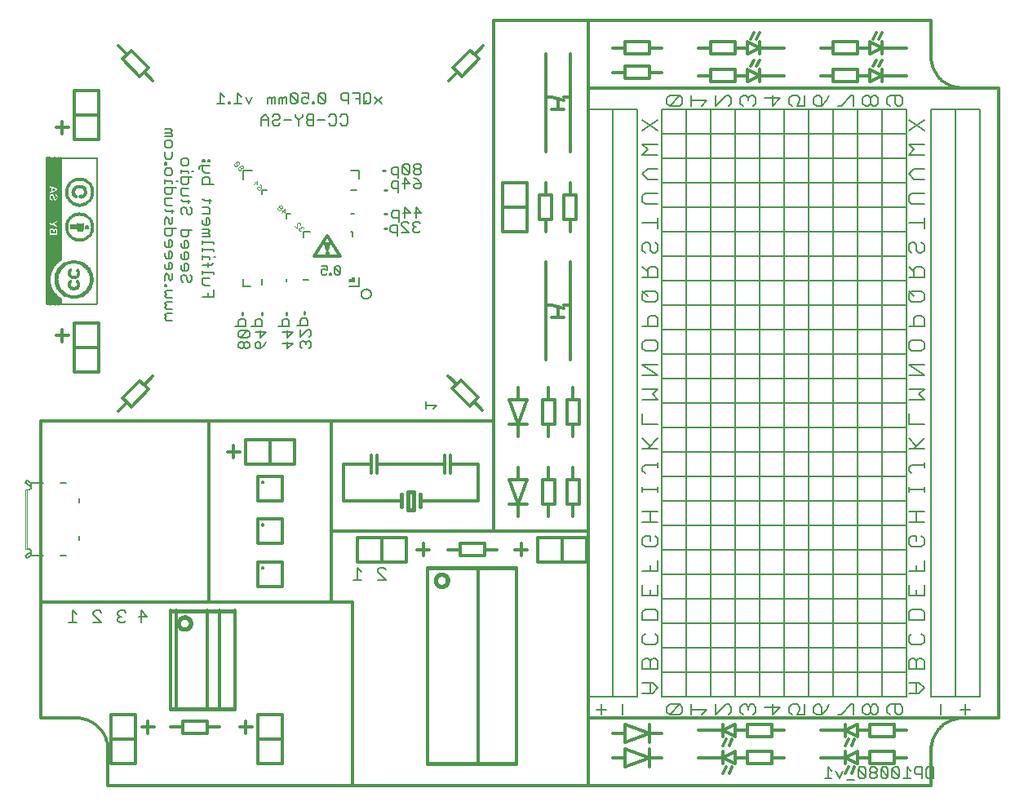
<source format=gbo>
G75*
G70*
%OFA0B0*%
%FSLAX24Y24*%
%IPPOS*%
%LPD*%
%AMOC8*
5,1,8,0,0,1.08239X$1,22.5*
%
%ADD10C,0.0060*%
%ADD11C,0.0120*%
%ADD12C,0.0160*%
%ADD13C,0.0050*%
%ADD14C,0.0070*%
%ADD15R,0.0015X0.6015*%
%ADD16R,0.0015X0.6045*%
%ADD17R,0.0015X0.4395*%
%ADD18R,0.0015X0.1620*%
%ADD19R,0.0015X0.2865*%
%ADD20R,0.0015X0.0210*%
%ADD21R,0.0015X0.0975*%
%ADD22R,0.0015X0.0075*%
%ADD23R,0.0015X0.0165*%
%ADD24R,0.0015X0.1170*%
%ADD25R,0.0015X0.0180*%
%ADD26R,0.0015X0.0945*%
%ADD27R,0.0015X0.0045*%
%ADD28R,0.0015X0.1035*%
%ADD29R,0.0015X0.1785*%
%ADD30R,0.0015X0.0930*%
%ADD31R,0.0015X0.0150*%
%ADD32R,0.0015X0.0885*%
%ADD33R,0.0015X0.1650*%
%ADD34R,0.0015X0.0060*%
%ADD35R,0.0015X0.0030*%
%ADD36R,0.0015X0.0135*%
%ADD37R,0.0015X0.1185*%
%ADD38R,0.0015X0.0810*%
%ADD39R,0.0015X0.1575*%
%ADD40R,0.0015X0.0120*%
%ADD41R,0.0015X0.0915*%
%ADD42R,0.0015X0.0765*%
%ADD43R,0.0015X0.1530*%
%ADD44R,0.0015X0.1200*%
%ADD45R,0.0015X0.0735*%
%ADD46R,0.0015X0.1485*%
%ADD47R,0.0015X0.0690*%
%ADD48R,0.0015X0.1455*%
%ADD49R,0.0015X0.1110*%
%ADD50R,0.0015X0.0660*%
%ADD51R,0.0015X0.1425*%
%ADD52R,0.0015X0.1080*%
%ADD53R,0.0015X0.1215*%
%ADD54R,0.0015X0.0630*%
%ADD55R,0.0015X0.1395*%
%ADD56R,0.0015X0.0090*%
%ADD57R,0.0015X0.1020*%
%ADD58R,0.0015X0.0600*%
%ADD59R,0.0015X0.1365*%
%ADD60R,0.0015X0.0960*%
%ADD61R,0.0015X0.0585*%
%ADD62R,0.0015X0.1335*%
%ADD63R,0.0015X0.1230*%
%ADD64R,0.0015X0.0555*%
%ADD65R,0.0015X0.1320*%
%ADD66R,0.0015X0.0540*%
%ADD67R,0.0015X0.1290*%
%ADD68R,0.0015X0.0885*%
%ADD69R,0.0015X0.0225*%
%ADD70R,0.0015X0.1245*%
%ADD71R,0.0015X0.0510*%
%ADD72R,0.0015X0.0300*%
%ADD73R,0.0015X0.1275*%
%ADD74R,0.0015X0.0105*%
%ADD75R,0.0015X0.0270*%
%ADD76R,0.0015X0.0015*%
%ADD77R,0.0015X0.0495*%
%ADD78R,0.0015X0.0435*%
%ADD79R,0.0015X0.1260*%
%ADD80R,0.0015X0.0855*%
%ADD81R,0.0015X0.0480*%
%ADD82R,0.0015X0.0525*%
%ADD83R,0.0015X0.0465*%
%ADD84R,0.0015X0.0600*%
%ADD85R,0.0015X0.0450*%
%ADD86R,0.0015X0.0675*%
%ADD87R,0.0015X0.0840*%
%ADD88R,0.0015X0.0420*%
%ADD89R,0.0015X0.0735*%
%ADD90R,0.0015X0.0405*%
%ADD91R,0.0015X0.0780*%
%ADD92R,0.0015X0.0825*%
%ADD93R,0.0015X0.1155*%
%ADD94R,0.0015X0.0195*%
%ADD95R,0.0015X0.0390*%
%ADD96R,0.0015X0.2670*%
%ADD97R,0.0015X0.0375*%
%ADD98R,0.0015X0.4320*%
%ADD99R,0.0015X0.0360*%
%ADD100R,0.0015X0.0330*%
%ADD101R,0.0015X0.4305*%
%ADD102R,0.0015X0.0345*%
%ADD103R,0.0015X0.4290*%
%ADD104R,0.0015X0.0330*%
%ADD105R,0.0015X0.4275*%
%ADD106R,0.0015X0.0255*%
%ADD107R,0.0015X0.4260*%
%ADD108R,0.0015X0.0315*%
%ADD109R,0.0015X0.0240*%
%ADD110R,0.0015X0.0300*%
%ADD111R,0.0015X0.4245*%
%ADD112R,0.0015X0.0285*%
%ADD113R,0.0015X0.4230*%
%ADD114R,0.0015X0.0270*%
%ADD115R,0.0015X0.4215*%
%ADD116R,0.0015X0.0060*%
%ADD117R,0.0015X0.0360*%
%ADD118R,0.0015X0.0450*%
%ADD119R,0.0015X0.0510*%
%ADD120R,0.0015X0.0570*%
%ADD121R,0.0015X0.0555*%
%ADD122R,0.0015X0.0615*%
%ADD123R,0.0015X0.0660*%
%ADD124R,0.0015X0.0345*%
%ADD125R,0.0015X0.0390*%
%ADD126R,0.0015X0.0315*%
%ADD127R,0.0015X0.0420*%
%ADD128R,0.0015X0.0465*%
%ADD129R,0.0015X0.0375*%
%ADD130R,0.0015X0.0285*%
%ADD131R,0.0015X0.0405*%
%ADD132R,0.0015X0.0870*%
%ADD133R,0.0015X0.0720*%
%ADD134R,0.0015X0.0645*%
%ADD135R,0.0015X0.0585*%
%ADD136R,0.0015X0.0495*%
%ADD137R,0.0015X0.0540*%
%ADD138R,0.0015X0.0480*%
%ADD139R,0.0015X0.6015*%
%ADD140R,0.0015X0.5985*%
%ADD141R,0.0015X0.5955*%
%ADD142R,0.0015X0.5895*%
%ADD143C,0.0040*%
%ADD144C,0.0100*%
%ADD145C,0.0030*%
D10*
X005898Y010197D02*
X006231Y010197D01*
X006064Y010197D02*
X006064Y010697D01*
X006231Y010530D01*
X006898Y010530D02*
X006898Y010614D01*
X006981Y010697D01*
X007148Y010697D01*
X007231Y010614D01*
X006898Y010530D02*
X007231Y010197D01*
X006898Y010197D01*
X007898Y010280D02*
X007981Y010197D01*
X008148Y010197D01*
X008231Y010280D01*
X008064Y010447D02*
X007981Y010447D01*
X007898Y010363D01*
X007898Y010280D01*
X007981Y010447D02*
X007898Y010530D01*
X007898Y010614D01*
X007981Y010697D01*
X008148Y010697D01*
X008231Y010614D01*
X008773Y010447D02*
X009106Y010447D01*
X008856Y010697D01*
X008856Y010197D01*
X005798Y012940D02*
X005561Y012940D01*
X004853Y012940D02*
X004361Y012940D01*
X004183Y012838D01*
X004124Y012940D01*
X004306Y013045D01*
X004361Y013058D02*
X004361Y012940D01*
X004361Y013058D02*
X004342Y013057D01*
X004324Y013052D01*
X004306Y013045D01*
X004361Y013058D02*
X004361Y013117D01*
X004359Y013132D01*
X004355Y013147D01*
X004348Y013161D01*
X004338Y013173D01*
X004326Y013183D01*
X004312Y013190D01*
X004297Y013194D01*
X004282Y013196D01*
X004266Y013196D01*
X006329Y013570D02*
X006329Y013728D01*
X006329Y015106D02*
X006329Y015263D01*
X005798Y015893D02*
X005561Y015893D01*
X004853Y015893D02*
X004361Y015893D01*
X004302Y015791D02*
X004321Y015782D01*
X004341Y015777D01*
X004361Y015775D01*
X004361Y015716D01*
X004361Y015775D02*
X004361Y015893D01*
X004183Y015995D01*
X004124Y015893D01*
X004302Y015791D01*
X004361Y015716D02*
X004359Y015701D01*
X004355Y015686D01*
X004348Y015672D01*
X004338Y015660D01*
X004326Y015650D01*
X004312Y015643D01*
X004297Y015639D01*
X004282Y015637D01*
X004266Y015637D01*
X012843Y021454D02*
X012916Y021381D01*
X012990Y021381D01*
X013063Y021454D01*
X013063Y021601D01*
X012990Y021674D01*
X012916Y021674D01*
X012843Y021601D01*
X012843Y021454D01*
X013063Y021454D02*
X013136Y021381D01*
X013210Y021381D01*
X013283Y021454D01*
X013283Y021601D01*
X013210Y021674D01*
X013136Y021674D01*
X013063Y021601D01*
X012916Y021841D02*
X013210Y022135D01*
X012916Y022135D01*
X012843Y022061D01*
X012843Y021914D01*
X012916Y021841D01*
X013210Y021841D01*
X013283Y021914D01*
X013283Y022061D01*
X013210Y022135D01*
X013136Y022301D02*
X013136Y022521D01*
X013063Y022595D01*
X012916Y022595D01*
X012843Y022521D01*
X012843Y022301D01*
X012696Y022301D02*
X013136Y022301D01*
X013370Y022301D02*
X013810Y022301D01*
X013810Y022521D01*
X013737Y022595D01*
X013590Y022595D01*
X013517Y022521D01*
X013517Y022301D01*
X013517Y022061D02*
X013957Y022061D01*
X013737Y021841D01*
X013737Y022135D01*
X014473Y022301D02*
X014913Y022301D01*
X014913Y022521D01*
X014839Y022595D01*
X014693Y022595D01*
X014619Y022521D01*
X014619Y022301D01*
X014619Y022061D02*
X015060Y022061D01*
X014839Y021841D01*
X014839Y022135D01*
X015219Y022322D02*
X015659Y022322D01*
X015659Y022542D01*
X015585Y022615D01*
X015439Y022615D01*
X015365Y022542D01*
X015365Y022322D01*
X015365Y022155D02*
X015365Y021861D01*
X015659Y022155D01*
X015732Y022155D01*
X015806Y022081D01*
X015806Y021935D01*
X015732Y021861D01*
X015732Y021695D02*
X015659Y021695D01*
X015585Y021621D01*
X015512Y021695D01*
X015439Y021695D01*
X015365Y021621D01*
X015365Y021474D01*
X015439Y021401D01*
X015585Y021548D02*
X015585Y021621D01*
X015732Y021695D02*
X015806Y021621D01*
X015806Y021474D01*
X015732Y021401D01*
X015060Y021601D02*
X014839Y021381D01*
X014839Y021674D01*
X014619Y021601D02*
X015060Y021601D01*
X013957Y021674D02*
X013884Y021527D01*
X013737Y021381D01*
X013737Y021601D01*
X013663Y021674D01*
X013590Y021674D01*
X013517Y021601D01*
X013517Y021454D01*
X013590Y021381D01*
X013737Y021381D01*
X011817Y023510D02*
X011376Y023510D01*
X011596Y023510D02*
X011596Y023657D01*
X011817Y023510D02*
X011817Y023804D01*
X011670Y023971D02*
X011450Y023971D01*
X011376Y024044D01*
X011376Y024264D01*
X011670Y024264D01*
X011817Y024431D02*
X011817Y024504D01*
X011376Y024504D01*
X011376Y024431D02*
X011376Y024578D01*
X011376Y024811D02*
X011743Y024811D01*
X011817Y024885D01*
X011670Y025045D02*
X011670Y025118D01*
X011376Y025118D01*
X011376Y025045D02*
X011376Y025192D01*
X011376Y025352D02*
X011376Y025499D01*
X011376Y025425D02*
X011817Y025425D01*
X011817Y025352D01*
X011817Y025118D02*
X011890Y025118D01*
X011596Y024885D02*
X011596Y024738D01*
X010938Y024330D02*
X010938Y024184D01*
X010864Y024110D01*
X010791Y024110D01*
X010717Y024184D01*
X010717Y024330D01*
X010644Y024404D01*
X010571Y024404D01*
X010497Y024330D01*
X010497Y024184D01*
X010571Y024110D01*
X010864Y024404D02*
X010938Y024330D01*
X010717Y024571D02*
X010791Y024644D01*
X010791Y024791D01*
X010717Y024864D01*
X010644Y024864D01*
X010644Y024571D01*
X010571Y024571D02*
X010717Y024571D01*
X010571Y024571D02*
X010497Y024644D01*
X010497Y024791D01*
X010571Y025031D02*
X010717Y025031D01*
X010791Y025104D01*
X010791Y025251D01*
X010717Y025324D01*
X010644Y025324D01*
X010644Y025031D01*
X010571Y025031D02*
X010497Y025104D01*
X010497Y025251D01*
X010571Y025491D02*
X010717Y025491D01*
X010791Y025565D01*
X010791Y025711D01*
X010717Y025785D01*
X010644Y025785D01*
X010644Y025491D01*
X010571Y025491D02*
X010497Y025565D01*
X010497Y025711D01*
X010571Y025952D02*
X010717Y025952D01*
X010791Y026025D01*
X010791Y026245D01*
X010938Y026245D02*
X010497Y026245D01*
X010497Y026025D01*
X010571Y025952D01*
X010281Y026292D02*
X009840Y026292D01*
X009840Y026072D01*
X009914Y025999D01*
X010060Y025999D01*
X010134Y026072D01*
X010134Y026292D01*
X010060Y026459D02*
X010134Y026533D01*
X010134Y026753D01*
X009987Y026679D02*
X009987Y026533D01*
X010060Y026459D01*
X009840Y026459D02*
X009840Y026679D01*
X009914Y026753D01*
X009987Y026679D01*
X010134Y026920D02*
X010134Y027066D01*
X010207Y026993D02*
X009914Y026993D01*
X009840Y027066D01*
X009914Y027226D02*
X009840Y027300D01*
X009840Y027520D01*
X010134Y027520D01*
X010060Y027687D02*
X010134Y027760D01*
X010134Y027980D01*
X010281Y027980D02*
X009840Y027980D01*
X009840Y027760D01*
X009914Y027687D01*
X010060Y027687D01*
X010497Y027713D02*
X010497Y027933D01*
X010791Y027933D01*
X010717Y028100D02*
X010791Y028173D01*
X010791Y028393D01*
X010938Y028393D02*
X010497Y028393D01*
X010497Y028173D01*
X010571Y028100D01*
X010717Y028100D01*
X010354Y028221D02*
X010281Y028221D01*
X010134Y028221D02*
X009840Y028221D01*
X009840Y028294D02*
X009840Y028147D01*
X010134Y028147D02*
X010134Y028221D01*
X010060Y028454D02*
X009914Y028454D01*
X009840Y028527D01*
X009840Y028674D01*
X009914Y028748D01*
X010060Y028748D01*
X010134Y028674D01*
X010134Y028527D01*
X010060Y028454D01*
X010497Y028560D02*
X010497Y028707D01*
X010497Y028634D02*
X010791Y028634D01*
X010791Y028560D01*
X010938Y028634D02*
X011011Y028634D01*
X011230Y028721D02*
X011230Y028794D01*
X011303Y028868D01*
X011670Y028868D01*
X011670Y029035D02*
X011596Y029035D01*
X011596Y029108D01*
X011670Y029108D01*
X011670Y029035D01*
X011450Y029035D02*
X011376Y029035D01*
X011376Y029108D01*
X011450Y029108D01*
X011450Y029035D01*
X011376Y028868D02*
X011376Y028648D01*
X011450Y028574D01*
X011670Y028574D01*
X011596Y028407D02*
X011670Y028334D01*
X011670Y028114D01*
X011817Y028114D02*
X011376Y028114D01*
X011376Y028334D01*
X011450Y028407D01*
X011596Y028407D01*
X010791Y028941D02*
X010717Y028867D01*
X010571Y028867D01*
X010497Y028941D01*
X010497Y029087D01*
X010571Y029161D01*
X010717Y029161D01*
X010791Y029087D01*
X010791Y028941D01*
X010134Y029218D02*
X010134Y029438D01*
X010060Y029605D02*
X009914Y029605D01*
X009840Y029678D01*
X009840Y029825D01*
X009914Y029898D01*
X010060Y029898D01*
X010134Y029825D01*
X010134Y029678D01*
X010060Y029605D01*
X009840Y029438D02*
X009840Y029218D01*
X009914Y029145D01*
X010060Y029145D01*
X010134Y029218D01*
X009914Y028988D02*
X009840Y028988D01*
X009840Y028914D01*
X009914Y028914D01*
X009914Y028988D01*
X009840Y030065D02*
X010134Y030065D01*
X010134Y030139D01*
X010060Y030212D01*
X010134Y030285D01*
X010060Y030359D01*
X009840Y030359D01*
X009840Y030212D02*
X010060Y030212D01*
X011968Y031383D02*
X012261Y031383D01*
X012114Y031383D02*
X012114Y031823D01*
X012261Y031677D01*
X012418Y031456D02*
X012418Y031383D01*
X012491Y031383D01*
X012491Y031456D01*
X012418Y031456D01*
X012658Y031383D02*
X012952Y031383D01*
X012805Y031383D02*
X012805Y031823D01*
X012952Y031677D01*
X013119Y031677D02*
X013265Y031383D01*
X013412Y031677D01*
X014039Y031603D02*
X014039Y031383D01*
X014186Y031383D02*
X014186Y031603D01*
X014113Y031677D01*
X014039Y031603D01*
X014186Y031603D02*
X014259Y031677D01*
X014333Y031677D01*
X014333Y031383D01*
X014500Y031383D02*
X014500Y031603D01*
X014573Y031677D01*
X014646Y031603D01*
X014646Y031383D01*
X014793Y031383D02*
X014793Y031677D01*
X014720Y031677D01*
X014646Y031603D01*
X014960Y031750D02*
X014960Y031456D01*
X015033Y031383D01*
X015180Y031383D01*
X015254Y031456D01*
X014960Y031750D01*
X015033Y031823D01*
X015180Y031823D01*
X015254Y031750D01*
X015254Y031456D01*
X015420Y031456D02*
X015494Y031383D01*
X015641Y031383D01*
X015714Y031456D01*
X015714Y031603D02*
X015567Y031677D01*
X015494Y031677D01*
X015420Y031603D01*
X015420Y031456D01*
X015714Y031603D02*
X015714Y031823D01*
X015420Y031823D01*
X015871Y031456D02*
X015871Y031383D01*
X015944Y031383D01*
X015944Y031456D01*
X015871Y031456D01*
X016111Y031456D02*
X016184Y031383D01*
X016331Y031383D01*
X016404Y031456D01*
X016111Y031750D01*
X016111Y031456D01*
X016404Y031456D02*
X016404Y031750D01*
X016331Y031823D01*
X016184Y031823D01*
X016111Y031750D01*
X015911Y030949D02*
X015691Y030949D01*
X015618Y030875D01*
X015618Y030802D01*
X015691Y030729D01*
X015911Y030729D01*
X016078Y030729D02*
X016372Y030729D01*
X016538Y030875D02*
X016612Y030949D01*
X016759Y030949D01*
X016832Y030875D01*
X016832Y030582D01*
X016759Y030508D01*
X016612Y030508D01*
X016538Y030582D01*
X016999Y030582D02*
X017072Y030508D01*
X017219Y030508D01*
X017292Y030582D01*
X017292Y030875D01*
X017219Y030949D01*
X017072Y030949D01*
X016999Y030875D01*
X017325Y031383D02*
X017325Y031823D01*
X017105Y031823D01*
X017032Y031750D01*
X017032Y031603D01*
X017105Y031530D01*
X017325Y031530D01*
X017639Y031603D02*
X017785Y031603D01*
X017785Y031383D02*
X017785Y031823D01*
X017492Y031823D01*
X017952Y031750D02*
X017952Y031456D01*
X018026Y031383D01*
X018172Y031383D01*
X018246Y031456D01*
X018246Y031750D01*
X018172Y031823D01*
X018026Y031823D01*
X017952Y031750D01*
X018099Y031530D02*
X017952Y031383D01*
X018413Y031383D02*
X018706Y031677D01*
X018413Y031677D02*
X018706Y031383D01*
X015911Y030949D02*
X015911Y030508D01*
X015691Y030508D01*
X015618Y030582D01*
X015618Y030655D01*
X015691Y030729D01*
X015451Y030875D02*
X015304Y030729D01*
X015304Y030508D01*
X015304Y030729D02*
X015157Y030875D01*
X015157Y030949D01*
X014990Y030729D02*
X014697Y030729D01*
X014530Y030802D02*
X014457Y030729D01*
X014310Y030729D01*
X014237Y030655D01*
X014237Y030582D01*
X014310Y030508D01*
X014457Y030508D01*
X014530Y030582D01*
X014530Y030802D02*
X014530Y030875D01*
X014457Y030949D01*
X014310Y030949D01*
X014237Y030875D01*
X014070Y030802D02*
X013923Y030949D01*
X013776Y030802D01*
X013776Y030508D01*
X013776Y030729D02*
X014070Y030729D01*
X014070Y030802D02*
X014070Y030508D01*
X015451Y030875D02*
X015451Y030949D01*
X017435Y028654D02*
X017748Y028654D01*
X017748Y028341D01*
X017669Y027866D02*
X017435Y027866D01*
X019083Y027996D02*
X019156Y027922D01*
X019377Y027922D01*
X019377Y027775D02*
X019377Y028216D01*
X019156Y028216D01*
X019083Y028142D01*
X019083Y027996D01*
X019377Y028352D02*
X019377Y028792D01*
X019156Y028792D01*
X019083Y028719D01*
X019083Y028572D01*
X019156Y028498D01*
X019377Y028498D01*
X019543Y028572D02*
X019617Y028498D01*
X019764Y028498D01*
X019837Y028572D01*
X019543Y028865D01*
X019543Y028572D01*
X019617Y028362D02*
X019837Y028142D01*
X019543Y028142D01*
X019617Y027922D02*
X019617Y028362D01*
X019837Y028572D02*
X019837Y028865D01*
X019764Y028939D01*
X019617Y028939D01*
X019543Y028865D01*
X020004Y028865D02*
X020077Y028939D01*
X020224Y028939D01*
X020297Y028865D01*
X020297Y028792D01*
X020224Y028719D01*
X020077Y028719D01*
X020004Y028645D01*
X020004Y028572D01*
X020077Y028498D01*
X020224Y028498D01*
X020297Y028572D01*
X020297Y028645D01*
X020224Y028719D01*
X020077Y028719D02*
X020004Y028792D01*
X020004Y028865D01*
X020004Y028362D02*
X020151Y028289D01*
X020297Y028142D01*
X020077Y028142D01*
X020004Y028069D01*
X020004Y027996D01*
X020077Y027922D01*
X020224Y027922D01*
X020297Y027996D01*
X020297Y028142D01*
X020089Y027164D02*
X020310Y026944D01*
X020016Y026944D01*
X019849Y026944D02*
X019556Y026944D01*
X019389Y027017D02*
X019389Y026577D01*
X019505Y026499D02*
X019578Y026572D01*
X019725Y026572D01*
X019798Y026499D01*
X019965Y026499D02*
X019965Y026425D01*
X020038Y026352D01*
X019965Y026279D01*
X019965Y026205D01*
X020038Y026132D01*
X020185Y026132D01*
X020259Y026205D01*
X020112Y026352D02*
X020038Y026352D01*
X019965Y026499D02*
X020038Y026572D01*
X020185Y026572D01*
X020259Y026499D01*
X020089Y026724D02*
X020089Y027164D01*
X019849Y026944D02*
X019629Y027164D01*
X019629Y026724D01*
X019389Y026724D02*
X019169Y026724D01*
X019095Y026797D01*
X019095Y026944D01*
X019169Y027017D01*
X019389Y027017D01*
X019505Y026499D02*
X019505Y026425D01*
X019798Y026132D01*
X019505Y026132D01*
X019338Y026132D02*
X019118Y026132D01*
X019044Y026205D01*
X019044Y026352D01*
X019118Y026425D01*
X019338Y026425D01*
X019338Y025985D01*
X017482Y025979D02*
X017482Y026165D01*
X017435Y026165D01*
X017435Y026882D02*
X017552Y026882D01*
X015759Y026165D02*
X015513Y026165D01*
X015513Y025918D01*
X014796Y026706D02*
X014796Y026882D01*
X014972Y026882D01*
X013811Y027690D02*
X013811Y027866D01*
X013988Y027866D01*
X013397Y028654D02*
X013024Y028654D01*
X013024Y028281D01*
X011743Y027420D02*
X011450Y027420D01*
X011376Y027493D01*
X011670Y027493D02*
X011670Y027347D01*
X011596Y027180D02*
X011670Y027106D01*
X011670Y026886D01*
X011376Y026886D01*
X011523Y026719D02*
X011523Y026426D01*
X011450Y026426D02*
X011596Y026426D01*
X011670Y026499D01*
X011670Y026646D01*
X011596Y026719D01*
X011523Y026719D01*
X011376Y026646D02*
X011376Y026499D01*
X011450Y026426D01*
X011376Y026259D02*
X011596Y026259D01*
X011670Y026186D01*
X011596Y026112D01*
X011376Y026112D01*
X011376Y025966D02*
X011670Y025966D01*
X011670Y026039D01*
X011596Y026112D01*
X011376Y025805D02*
X011376Y025659D01*
X011376Y025732D02*
X011817Y025732D01*
X011817Y025659D01*
X010864Y026872D02*
X010791Y026872D01*
X010717Y026946D01*
X010717Y027092D01*
X010644Y027166D01*
X010571Y027166D01*
X010497Y027092D01*
X010497Y026946D01*
X010571Y026872D01*
X010864Y026872D02*
X010938Y026946D01*
X010938Y027092D01*
X010864Y027166D01*
X010791Y027333D02*
X010791Y027479D01*
X010864Y027406D02*
X010571Y027406D01*
X010497Y027479D01*
X010571Y027640D02*
X010497Y027713D01*
X010571Y027640D02*
X010791Y027640D01*
X011376Y027180D02*
X011596Y027180D01*
X010134Y027226D02*
X009914Y027226D01*
X009987Y025832D02*
X009987Y025538D01*
X010060Y025538D02*
X010134Y025612D01*
X010134Y025759D01*
X010060Y025832D01*
X009987Y025832D01*
X009840Y025759D02*
X009840Y025612D01*
X009914Y025538D01*
X010060Y025538D01*
X010060Y025372D02*
X009987Y025372D01*
X009987Y025078D01*
X010060Y025078D02*
X010134Y025151D01*
X010134Y025298D01*
X010060Y025372D01*
X009840Y025298D02*
X009840Y025151D01*
X009914Y025078D01*
X010060Y025078D01*
X010060Y024911D02*
X009987Y024911D01*
X009987Y024618D01*
X010060Y024618D02*
X010134Y024691D01*
X010134Y024838D01*
X010060Y024911D01*
X009840Y024838D02*
X009840Y024691D01*
X009914Y024618D01*
X010060Y024618D01*
X010134Y024451D02*
X010134Y024231D01*
X010060Y024157D01*
X009987Y024231D01*
X009987Y024378D01*
X009914Y024451D01*
X009840Y024378D01*
X009840Y024157D01*
X009840Y024001D02*
X009840Y023927D01*
X009914Y023927D01*
X009914Y024001D01*
X009840Y024001D01*
X009914Y023760D02*
X009840Y023687D01*
X009914Y023614D01*
X009840Y023540D01*
X009914Y023467D01*
X010134Y023467D01*
X010134Y023300D02*
X009914Y023300D01*
X009840Y023227D01*
X009914Y023153D01*
X009840Y023080D01*
X009914Y023007D01*
X010134Y023007D01*
X010134Y022840D02*
X009914Y022840D01*
X009840Y022766D01*
X009914Y022693D01*
X009840Y022620D01*
X009914Y022546D01*
X010134Y022546D01*
X010134Y023760D02*
X009914Y023760D01*
X013024Y023929D02*
X013337Y023929D01*
X013024Y023929D02*
X013024Y024242D01*
X013811Y024242D02*
X013811Y024009D01*
X014796Y024126D02*
X014796Y024242D01*
X015513Y024242D02*
X015513Y024196D01*
X015699Y024196D01*
X017375Y024196D02*
X017482Y024196D01*
X017482Y024302D01*
X017552Y024302D02*
X017552Y024126D01*
X017375Y024126D01*
X017375Y023929D02*
X017748Y023929D01*
X017748Y024302D01*
X017862Y023619D02*
X017864Y023646D01*
X017870Y023673D01*
X017879Y023699D01*
X017892Y023723D01*
X017908Y023746D01*
X017927Y023765D01*
X017949Y023782D01*
X017973Y023796D01*
X017998Y023806D01*
X018025Y023813D01*
X018052Y023816D01*
X018080Y023815D01*
X018107Y023810D01*
X018133Y023802D01*
X018157Y023790D01*
X018180Y023774D01*
X018201Y023756D01*
X018218Y023735D01*
X018233Y023711D01*
X018244Y023686D01*
X018252Y023660D01*
X018256Y023633D01*
X018256Y023605D01*
X018252Y023578D01*
X018244Y023552D01*
X018233Y023527D01*
X018218Y023503D01*
X018201Y023482D01*
X018180Y023464D01*
X018158Y023448D01*
X018133Y023436D01*
X018107Y023428D01*
X018080Y023423D01*
X018052Y023422D01*
X018025Y023425D01*
X017998Y023432D01*
X017973Y023442D01*
X017949Y023456D01*
X017927Y023473D01*
X017908Y023492D01*
X017892Y023515D01*
X017879Y023539D01*
X017870Y023565D01*
X017864Y023592D01*
X017862Y023619D01*
X020496Y019222D02*
X020496Y018928D01*
X020496Y019075D02*
X020936Y019075D01*
X020790Y018928D01*
X013795Y015935D02*
X013797Y015947D01*
X013802Y015958D01*
X013811Y015967D01*
X013822Y015972D01*
X013834Y015974D01*
X013846Y015972D01*
X013857Y015967D01*
X013866Y015958D01*
X013871Y015947D01*
X013873Y015935D01*
X013871Y015923D01*
X013866Y015912D01*
X013857Y015903D01*
X013846Y015898D01*
X013834Y015896D01*
X013822Y015898D01*
X013811Y015903D01*
X013802Y015912D01*
X013797Y015923D01*
X013795Y015935D01*
X013795Y014185D02*
X013797Y014197D01*
X013802Y014208D01*
X013811Y014217D01*
X013822Y014222D01*
X013834Y014224D01*
X013846Y014222D01*
X013857Y014217D01*
X013866Y014208D01*
X013871Y014197D01*
X013873Y014185D01*
X013871Y014173D01*
X013866Y014162D01*
X013857Y014153D01*
X013846Y014148D01*
X013834Y014146D01*
X013822Y014148D01*
X013811Y014153D01*
X013802Y014162D01*
X013797Y014173D01*
X013795Y014185D01*
X013795Y012435D02*
X013797Y012447D01*
X013802Y012458D01*
X013811Y012467D01*
X013822Y012472D01*
X013834Y012474D01*
X013846Y012472D01*
X013857Y012467D01*
X013866Y012458D01*
X013871Y012447D01*
X013873Y012435D01*
X013871Y012423D01*
X013866Y012412D01*
X013857Y012403D01*
X013846Y012398D01*
X013834Y012396D01*
X013822Y012398D01*
X013811Y012403D01*
X013802Y012412D01*
X013797Y012423D01*
X013795Y012435D01*
X017523Y011947D02*
X017856Y011947D01*
X017689Y011947D02*
X017689Y012447D01*
X017856Y012280D01*
X018523Y012280D02*
X018523Y012364D01*
X018606Y012447D01*
X018773Y012447D01*
X018856Y012364D01*
X018523Y012280D02*
X018856Y011947D01*
X018523Y011947D01*
X036930Y004281D02*
X036930Y003840D01*
X036784Y003840D02*
X037077Y003840D01*
X037077Y004134D02*
X036930Y004281D01*
X037244Y004134D02*
X037391Y003840D01*
X037538Y004134D01*
X037704Y003767D02*
X037998Y003767D01*
X038165Y003914D02*
X038238Y003840D01*
X038385Y003840D01*
X038458Y003914D01*
X038165Y004207D01*
X038165Y003914D01*
X038458Y003914D02*
X038458Y004207D01*
X038385Y004281D01*
X038238Y004281D01*
X038165Y004207D01*
X038625Y004207D02*
X038625Y004134D01*
X038698Y004061D01*
X038845Y004061D01*
X038919Y004134D01*
X038919Y004207D01*
X038845Y004281D01*
X038698Y004281D01*
X038625Y004207D01*
X038698Y004061D02*
X038625Y003987D01*
X038625Y003914D01*
X038698Y003840D01*
X038845Y003840D01*
X038919Y003914D01*
X038919Y003987D01*
X038845Y004061D01*
X039085Y004207D02*
X039379Y003914D01*
X039306Y003840D01*
X039159Y003840D01*
X039085Y003914D01*
X039085Y004207D01*
X039159Y004281D01*
X039306Y004281D01*
X039379Y004207D01*
X039379Y003914D01*
X039546Y003914D02*
X039546Y004207D01*
X039839Y003914D01*
X039766Y003840D01*
X039619Y003840D01*
X039546Y003914D01*
X039839Y003914D02*
X039839Y004207D01*
X039766Y004281D01*
X039619Y004281D01*
X039546Y004207D01*
X040006Y003840D02*
X040300Y003840D01*
X040153Y003840D02*
X040153Y004281D01*
X040300Y004134D01*
X040466Y004207D02*
X040466Y004061D01*
X040540Y003987D01*
X040760Y003987D01*
X040760Y003840D02*
X040760Y004281D01*
X040540Y004281D01*
X040466Y004207D01*
X040927Y004207D02*
X040927Y003914D01*
X041000Y003840D01*
X041220Y003840D01*
X041220Y004281D01*
X041000Y004281D01*
X040927Y004207D01*
D11*
X017511Y003542D02*
X007511Y003542D01*
X007511Y005042D01*
X007636Y005417D02*
X007636Y006417D01*
X008636Y006417D01*
X008636Y005417D01*
X007636Y005417D01*
X007636Y004417D01*
X008636Y004417D01*
X008636Y005417D01*
X008886Y005917D02*
X009386Y005917D01*
X009136Y005667D02*
X009136Y006167D01*
X010063Y005917D02*
X010563Y005917D01*
X010563Y006167D01*
X011563Y006167D01*
X011563Y005917D01*
X012063Y005917D01*
X011563Y005917D02*
X011563Y005667D01*
X010563Y005667D01*
X010563Y005917D01*
X010313Y006622D02*
X010313Y007622D01*
X010313Y007646D02*
X010313Y008646D01*
X010313Y008670D02*
X010313Y009670D01*
X010313Y009693D02*
X010313Y010693D01*
X010063Y010693D02*
X010063Y009693D01*
X010063Y009670D02*
X010063Y008670D01*
X010063Y008646D02*
X010063Y007646D01*
X010063Y007622D02*
X010063Y006622D01*
X011563Y006622D02*
X011563Y007622D01*
X011563Y007646D02*
X011563Y008646D01*
X011563Y008670D02*
X011563Y009670D01*
X011563Y009693D02*
X011563Y010693D01*
X011636Y011042D02*
X011636Y018417D01*
X016636Y018417D01*
X023261Y018417D01*
X023261Y034792D01*
X027136Y034792D01*
X041136Y034792D01*
X041136Y033292D01*
X040136Y033667D02*
X039136Y033667D01*
X038636Y033917D01*
X038636Y033667D01*
X038136Y033667D01*
X038136Y033417D01*
X037136Y033417D01*
X037136Y033667D01*
X036636Y033667D01*
X037136Y033667D02*
X037136Y033917D01*
X038136Y033917D01*
X038136Y033667D01*
X038636Y033667D02*
X038636Y033417D01*
X039136Y033667D01*
X039136Y033417D01*
X039136Y033667D02*
X039136Y033917D01*
X039011Y034042D02*
X039136Y034292D01*
X038886Y034292D02*
X038761Y034042D01*
X038886Y033167D02*
X038761Y032917D01*
X038636Y032792D02*
X039136Y032542D01*
X038636Y032292D01*
X038636Y032542D01*
X038136Y032542D01*
X038136Y032292D01*
X037136Y032292D01*
X037136Y032542D01*
X036636Y032542D01*
X037136Y032542D02*
X037136Y032792D01*
X038136Y032792D01*
X038136Y032542D01*
X038636Y032542D02*
X038636Y032792D01*
X039011Y032917D02*
X039136Y033167D01*
X039136Y032792D02*
X039136Y032542D01*
X039136Y032292D01*
X039136Y032542D02*
X040136Y032542D01*
X042386Y032042D02*
X043886Y032042D01*
X043886Y006292D01*
X042511Y006292D01*
X027136Y006292D01*
X027136Y003542D01*
X041136Y003542D01*
X041136Y005042D01*
X040136Y004667D02*
X039636Y004667D01*
X039636Y004417D01*
X038636Y004417D01*
X038636Y004667D01*
X038136Y004667D01*
X038136Y004417D01*
X037636Y004667D01*
X038136Y004917D01*
X038136Y004667D01*
X038011Y004292D02*
X037886Y004042D01*
X037636Y004042D02*
X037761Y004292D01*
X037636Y004417D02*
X037636Y004667D01*
X037636Y004917D01*
X037636Y005167D02*
X037761Y005417D01*
X037636Y005542D02*
X037636Y005792D01*
X038136Y005542D01*
X038136Y005792D01*
X038636Y005792D01*
X038636Y006042D01*
X039636Y006042D01*
X039636Y005792D01*
X040136Y005792D01*
X039636Y005792D02*
X039636Y005542D01*
X038636Y005542D01*
X038636Y005792D01*
X038136Y005792D02*
X038136Y006042D01*
X037636Y005792D01*
X037636Y006042D01*
X037636Y005792D02*
X036636Y005792D01*
X037886Y005167D02*
X038011Y005417D01*
X038636Y004917D02*
X038636Y004667D01*
X038636Y004917D02*
X039636Y004917D01*
X039636Y004667D01*
X037636Y004667D02*
X036636Y004667D01*
X035136Y004667D02*
X034636Y004667D01*
X034636Y004417D01*
X033636Y004417D01*
X033636Y004667D01*
X033136Y004667D01*
X033136Y004417D01*
X032636Y004667D01*
X033136Y004917D01*
X033136Y004667D01*
X033011Y004292D02*
X032886Y004042D01*
X032636Y004042D02*
X032761Y004292D01*
X032636Y004417D02*
X032636Y004667D01*
X032636Y004917D01*
X032636Y005167D02*
X032761Y005417D01*
X032636Y005542D02*
X032636Y005792D01*
X033136Y005542D01*
X033136Y005792D01*
X033636Y005792D01*
X033636Y006042D01*
X034636Y006042D01*
X034636Y005792D01*
X035136Y005792D01*
X034636Y005792D02*
X034636Y005542D01*
X033636Y005542D01*
X033636Y005792D01*
X033136Y005792D02*
X033136Y006042D01*
X032636Y005792D01*
X032636Y006042D01*
X032636Y005792D02*
X031636Y005792D01*
X032886Y005167D02*
X033011Y005417D01*
X033636Y004917D02*
X033636Y004667D01*
X033636Y004917D02*
X034636Y004917D01*
X034636Y004667D01*
X032636Y004667D02*
X031636Y004667D01*
X030136Y004667D02*
X029636Y004667D01*
X028636Y004292D01*
X028636Y004667D01*
X028136Y004667D01*
X028636Y004667D02*
X028636Y005042D01*
X029636Y004667D01*
X029636Y005042D01*
X029636Y005292D02*
X029636Y005667D01*
X028636Y005292D01*
X028636Y005667D01*
X028136Y005667D01*
X028636Y005667D02*
X028636Y006042D01*
X029636Y005667D01*
X029636Y006042D01*
X029636Y005667D02*
X030136Y005667D01*
X029636Y004667D02*
X029636Y004292D01*
X027136Y003542D02*
X017511Y003542D01*
X017511Y011042D01*
X016636Y011042D01*
X011636Y011042D01*
X004761Y011042D01*
X012063Y010693D02*
X012063Y009693D01*
X012063Y009670D02*
X012063Y008670D01*
X012063Y008646D02*
X012063Y007646D01*
X012063Y007622D02*
X012063Y006622D01*
X012688Y006622D02*
X012688Y007622D01*
X012688Y007646D02*
X012688Y008646D01*
X012688Y008670D02*
X012688Y009670D01*
X012688Y009693D02*
X012688Y010693D01*
X013636Y011667D02*
X013636Y012667D01*
X014636Y012667D01*
X014636Y011667D01*
X013636Y011667D01*
X013636Y013417D02*
X013636Y014417D01*
X014636Y014417D01*
X014636Y013417D01*
X013636Y013417D01*
X013636Y015167D02*
X013636Y016167D01*
X014636Y016167D01*
X014636Y015167D01*
X013636Y015167D01*
X013136Y016667D02*
X013136Y017667D01*
X014136Y017667D01*
X014136Y016667D01*
X013136Y016667D01*
X012886Y017167D02*
X012386Y017167D01*
X012636Y016917D02*
X012636Y017417D01*
X011636Y018417D02*
X004761Y018417D01*
X004761Y006292D01*
X006136Y006292D01*
X006137Y006292D02*
X006208Y006293D01*
X006279Y006291D01*
X006350Y006284D01*
X006420Y006274D01*
X006490Y006260D01*
X006559Y006243D01*
X006627Y006221D01*
X006693Y006196D01*
X006759Y006168D01*
X006822Y006136D01*
X006884Y006100D01*
X006944Y006062D01*
X007001Y006020D01*
X007056Y005975D01*
X007109Y005927D01*
X007159Y005876D01*
X007206Y005823D01*
X007250Y005767D01*
X007291Y005709D01*
X007329Y005649D01*
X007364Y005587D01*
X007395Y005523D01*
X007423Y005457D01*
X007447Y005390D01*
X007467Y005322D01*
X007484Y005253D01*
X007497Y005183D01*
X007506Y005112D01*
X007512Y005042D01*
X012886Y005917D02*
X013386Y005917D01*
X013136Y005667D02*
X013136Y006167D01*
X013636Y006417D02*
X013636Y005417D01*
X014636Y005417D01*
X014636Y004417D01*
X013636Y004417D01*
X013636Y005417D01*
X014636Y005417D02*
X014636Y006417D01*
X013636Y006417D01*
X016636Y011042D02*
X016636Y013917D01*
X023261Y013917D01*
X027136Y013917D01*
X027136Y032042D01*
X027136Y034792D01*
X028136Y033667D02*
X028636Y033667D01*
X028636Y033917D01*
X029636Y033917D01*
X029636Y033667D01*
X030136Y033667D01*
X029636Y033667D02*
X029636Y033417D01*
X028636Y033417D01*
X028636Y033667D01*
X028636Y032917D02*
X029636Y032917D01*
X029636Y032667D01*
X030136Y032667D01*
X029636Y032667D02*
X029636Y032417D01*
X028636Y032417D01*
X028636Y032667D01*
X028136Y032667D01*
X028636Y032667D02*
X028636Y032917D01*
X027136Y032042D02*
X042386Y032042D01*
X042318Y032044D01*
X042251Y032049D01*
X042184Y032058D01*
X042117Y032071D01*
X042052Y032088D01*
X041987Y032107D01*
X041923Y032131D01*
X041861Y032158D01*
X041800Y032188D01*
X041742Y032221D01*
X041685Y032257D01*
X041630Y032297D01*
X041577Y032339D01*
X041526Y032385D01*
X041479Y032432D01*
X041433Y032483D01*
X041391Y032536D01*
X041351Y032591D01*
X041315Y032648D01*
X041282Y032706D01*
X041252Y032767D01*
X041225Y032829D01*
X041201Y032893D01*
X041182Y032958D01*
X041165Y033023D01*
X041152Y033090D01*
X041143Y033157D01*
X041138Y033224D01*
X041136Y033292D01*
X035136Y033667D02*
X034136Y033667D01*
X033636Y033917D01*
X033636Y033667D01*
X033136Y033667D01*
X033136Y033417D01*
X032136Y033417D01*
X032136Y033667D01*
X031636Y033667D01*
X032136Y033667D02*
X032136Y033917D01*
X033136Y033917D01*
X033136Y033667D01*
X033636Y033667D02*
X033636Y033417D01*
X034136Y033667D01*
X034136Y033417D01*
X034136Y033667D02*
X034136Y033917D01*
X034011Y034042D02*
X034136Y034292D01*
X033886Y034292D02*
X033761Y034042D01*
X033886Y033167D02*
X033761Y032917D01*
X033636Y032792D02*
X033636Y032542D01*
X033136Y032542D01*
X033136Y032292D01*
X032136Y032292D01*
X032136Y032542D01*
X031636Y032542D01*
X032136Y032542D02*
X032136Y032792D01*
X033136Y032792D01*
X033136Y032542D01*
X033636Y032542D02*
X033636Y032292D01*
X034136Y032542D01*
X033636Y032792D01*
X034011Y032917D02*
X034136Y033167D01*
X034136Y032792D02*
X034136Y032542D01*
X034136Y032292D01*
X034136Y032542D02*
X035136Y032542D01*
X026386Y033417D02*
X026386Y029417D01*
X025386Y029417D02*
X025386Y033417D01*
X022843Y033749D02*
X022490Y033395D01*
X022667Y033218D01*
X021959Y032511D01*
X021783Y032688D01*
X021429Y032335D01*
X021783Y032688D02*
X021606Y032865D01*
X022313Y033572D01*
X022490Y033395D01*
X025386Y031667D02*
X025636Y031667D01*
X026136Y031542D01*
X026136Y031667D02*
X026386Y031667D01*
X025886Y031542D02*
X025886Y031167D01*
X025636Y031167D01*
X025886Y031167D02*
X026136Y031167D01*
X026386Y028167D02*
X026386Y027667D01*
X026636Y027667D01*
X026636Y026667D01*
X026386Y026667D01*
X026386Y026167D01*
X026386Y026667D02*
X026136Y026667D01*
X026136Y027667D01*
X026386Y027667D01*
X025636Y027667D02*
X025636Y026667D01*
X025386Y026667D01*
X025386Y026167D01*
X024636Y026167D02*
X024636Y027167D01*
X023636Y027167D01*
X023636Y028167D01*
X024636Y028167D01*
X024636Y027167D01*
X025136Y026667D02*
X025136Y027667D01*
X025386Y027667D01*
X025386Y028167D01*
X025386Y027667D02*
X025636Y027667D01*
X025386Y026667D02*
X025136Y026667D01*
X024636Y026167D02*
X023636Y026167D01*
X023636Y027167D01*
X025386Y024917D02*
X025386Y020917D01*
X026386Y020917D02*
X026386Y024917D01*
X026386Y023167D02*
X026136Y023167D01*
X026136Y023042D02*
X025636Y023167D01*
X025386Y023167D01*
X025886Y023042D02*
X025886Y022667D01*
X025636Y022667D01*
X025886Y022667D02*
X026136Y022667D01*
X026511Y019792D02*
X026511Y019292D01*
X026761Y019292D01*
X026761Y018292D01*
X026511Y018292D01*
X026511Y017792D01*
X026511Y018292D02*
X026261Y018292D01*
X026261Y019292D01*
X026511Y019292D01*
X025761Y019292D02*
X025761Y018292D01*
X025511Y018292D01*
X025511Y017792D01*
X025511Y018292D02*
X025261Y018292D01*
X025261Y019292D01*
X025511Y019292D01*
X025511Y019792D01*
X025511Y019292D02*
X025761Y019292D01*
X024636Y019292D02*
X024261Y019292D01*
X024261Y019792D01*
X024261Y019292D02*
X023886Y019292D01*
X024261Y018292D01*
X024636Y019292D01*
X023261Y018417D02*
X023261Y013917D01*
X024261Y014542D02*
X024261Y015042D01*
X023886Y016042D01*
X024261Y016042D01*
X024261Y016542D01*
X024261Y016042D02*
X024636Y016042D01*
X024261Y015042D01*
X024636Y015042D01*
X024261Y015042D02*
X023886Y015042D01*
X025261Y015042D02*
X025261Y016042D01*
X025511Y016042D01*
X025511Y016542D01*
X025511Y016042D02*
X025761Y016042D01*
X025761Y015042D01*
X025511Y015042D01*
X025511Y014542D01*
X025511Y015042D02*
X025261Y015042D01*
X026261Y015042D02*
X026261Y016042D01*
X026511Y016042D01*
X026511Y016542D01*
X026511Y016042D02*
X026761Y016042D01*
X026761Y015042D01*
X026511Y015042D01*
X026511Y014542D01*
X027136Y013917D02*
X027136Y006292D01*
X024197Y006393D02*
X024197Y007440D01*
X024197Y007393D02*
X024197Y008440D01*
X024197Y008393D02*
X024197Y009440D01*
X024197Y009393D02*
X024197Y010440D01*
X024197Y010393D02*
X024197Y011440D01*
X024197Y011393D02*
X024197Y012440D01*
X024386Y012917D02*
X024386Y013417D01*
X024136Y013167D02*
X024636Y013167D01*
X025067Y013667D02*
X026067Y013667D01*
X026067Y012667D01*
X025067Y012667D01*
X025067Y013667D01*
X026067Y013667D02*
X027067Y013667D01*
X027067Y012667D01*
X026067Y012667D01*
X023386Y013167D02*
X022886Y013167D01*
X022886Y012917D01*
X021886Y012917D01*
X021886Y013167D01*
X021386Y013167D01*
X021886Y013167D02*
X021886Y013417D01*
X022886Y013417D01*
X022886Y013167D01*
X022636Y012417D02*
X022636Y011417D01*
X022636Y010417D01*
X022636Y009417D01*
X022636Y008417D01*
X022636Y007417D01*
X022636Y006417D01*
X022636Y005417D01*
X022636Y004417D01*
X024197Y004393D02*
X024197Y005440D01*
X024197Y005393D02*
X024197Y006440D01*
X020575Y006440D02*
X020575Y005393D01*
X020575Y005440D02*
X020575Y004393D01*
X020575Y006393D02*
X020575Y007440D01*
X020575Y007393D02*
X020575Y008440D01*
X020575Y008393D02*
X020575Y009440D01*
X020575Y009393D02*
X020575Y010440D01*
X020575Y010393D02*
X020575Y011440D01*
X020575Y011393D02*
X020575Y012440D01*
X020386Y012917D02*
X020386Y013417D01*
X020136Y013167D02*
X020636Y013167D01*
X019705Y013667D02*
X019705Y012667D01*
X018705Y012667D01*
X017705Y012667D01*
X017705Y013667D01*
X018705Y013667D01*
X018705Y012667D01*
X018705Y013667D02*
X019705Y013667D01*
X019511Y015167D02*
X017136Y015167D01*
X017136Y016667D01*
X018261Y016667D01*
X018261Y017042D01*
X018511Y017042D02*
X018511Y016667D01*
X021261Y016667D01*
X021261Y017042D01*
X021511Y017042D02*
X021511Y016667D01*
X022636Y016667D01*
X022636Y015167D01*
X020261Y015167D01*
X021261Y016292D02*
X021261Y016667D01*
X021511Y016667D02*
X021511Y016292D01*
X024261Y017792D02*
X024261Y018292D01*
X024636Y018292D01*
X024261Y018292D02*
X023886Y018292D01*
X022813Y018865D02*
X022459Y019218D01*
X022283Y019042D01*
X021576Y019749D01*
X021752Y019926D01*
X021399Y020279D01*
X021752Y019926D02*
X021929Y020102D01*
X022636Y019395D01*
X022459Y019218D01*
X018511Y016667D02*
X018511Y016292D01*
X018261Y016292D02*
X018261Y016667D01*
X016636Y018417D02*
X016636Y013917D01*
X015136Y016667D02*
X014136Y016667D01*
X015136Y016667D02*
X015136Y017667D01*
X014136Y017667D01*
X009343Y020249D02*
X008990Y019895D01*
X009167Y019718D01*
X008459Y019011D01*
X008283Y019188D01*
X007929Y018835D01*
X008283Y019188D02*
X008106Y019365D01*
X008813Y020072D01*
X008990Y019895D01*
X007136Y020417D02*
X007136Y021417D01*
X006136Y021417D01*
X006136Y022417D01*
X007136Y022417D01*
X007136Y021417D01*
X006136Y021417D02*
X006136Y020417D01*
X007136Y020417D01*
X005636Y021667D02*
X005636Y022167D01*
X005886Y021917D02*
X005386Y021917D01*
X015928Y025158D02*
X016469Y025985D01*
X017011Y025158D01*
X015928Y025158D01*
X016469Y025444D02*
X016405Y025665D01*
X016533Y025665D01*
X016469Y025444D01*
X007136Y029917D02*
X007136Y030917D01*
X006136Y030917D01*
X006136Y031917D01*
X007136Y031917D01*
X007136Y030917D01*
X006136Y030917D02*
X006136Y029917D01*
X007136Y029917D01*
X005886Y030417D02*
X005386Y030417D01*
X005636Y030167D02*
X005636Y030667D01*
X008106Y033218D02*
X008813Y032511D01*
X008990Y032688D01*
X009343Y032335D01*
X008990Y032688D02*
X009167Y032865D01*
X008459Y033572D01*
X008283Y033395D01*
X007929Y033749D01*
X008283Y033395D02*
X008106Y033218D01*
X026261Y015042D02*
X026511Y015042D01*
X041136Y005041D02*
X041142Y005112D01*
X041151Y005183D01*
X041164Y005253D01*
X041181Y005322D01*
X041201Y005390D01*
X041225Y005457D01*
X041253Y005523D01*
X041284Y005587D01*
X041319Y005649D01*
X041357Y005709D01*
X041398Y005767D01*
X041442Y005823D01*
X041489Y005876D01*
X041539Y005927D01*
X041592Y005975D01*
X041647Y006020D01*
X041704Y006062D01*
X041764Y006100D01*
X041826Y006136D01*
X041889Y006168D01*
X041955Y006196D01*
X042021Y006221D01*
X042089Y006243D01*
X042158Y006260D01*
X042228Y006274D01*
X042298Y006284D01*
X042369Y006291D01*
X042440Y006293D01*
X042512Y006292D01*
D12*
X024136Y004417D02*
X020636Y004417D01*
X012636Y006667D02*
X010136Y006667D01*
X010386Y010167D02*
X010388Y010198D01*
X010394Y010229D01*
X010404Y010259D01*
X010417Y010287D01*
X010434Y010314D01*
X010454Y010338D01*
X010477Y010360D01*
X010502Y010378D01*
X010530Y010393D01*
X010559Y010405D01*
X010589Y010413D01*
X010620Y010417D01*
X010652Y010417D01*
X010683Y010413D01*
X010713Y010405D01*
X010742Y010393D01*
X010770Y010378D01*
X010795Y010360D01*
X010818Y010338D01*
X010838Y010314D01*
X010855Y010287D01*
X010868Y010259D01*
X010878Y010229D01*
X010884Y010198D01*
X010886Y010167D01*
X010884Y010136D01*
X010878Y010105D01*
X010868Y010075D01*
X010855Y010047D01*
X010838Y010020D01*
X010818Y009996D01*
X010795Y009974D01*
X010770Y009956D01*
X010742Y009941D01*
X010713Y009929D01*
X010683Y009921D01*
X010652Y009917D01*
X010620Y009917D01*
X010589Y009921D01*
X010559Y009929D01*
X010530Y009941D01*
X010502Y009956D01*
X010477Y009974D01*
X010454Y009996D01*
X010434Y010020D01*
X010417Y010047D01*
X010404Y010075D01*
X010394Y010105D01*
X010388Y010136D01*
X010386Y010167D01*
X010136Y010667D02*
X012636Y010667D01*
X019511Y014917D02*
X019511Y015167D01*
X019511Y015417D01*
X019761Y015542D02*
X020011Y015542D01*
X020011Y014792D01*
X019761Y014792D01*
X019761Y015542D01*
X020261Y015417D02*
X020261Y015167D01*
X020261Y014917D01*
X020636Y012417D02*
X024136Y012417D01*
X020886Y011917D02*
X020888Y011948D01*
X020894Y011979D01*
X020904Y012009D01*
X020917Y012037D01*
X020934Y012064D01*
X020954Y012088D01*
X020977Y012110D01*
X021002Y012128D01*
X021030Y012143D01*
X021059Y012155D01*
X021089Y012163D01*
X021120Y012167D01*
X021152Y012167D01*
X021183Y012163D01*
X021213Y012155D01*
X021242Y012143D01*
X021270Y012128D01*
X021295Y012110D01*
X021318Y012088D01*
X021338Y012064D01*
X021355Y012037D01*
X021368Y012009D01*
X021378Y011979D01*
X021384Y011948D01*
X021386Y011917D01*
X021384Y011886D01*
X021378Y011855D01*
X021368Y011825D01*
X021355Y011797D01*
X021338Y011770D01*
X021318Y011746D01*
X021295Y011724D01*
X021270Y011706D01*
X021242Y011691D01*
X021213Y011679D01*
X021183Y011671D01*
X021152Y011667D01*
X021120Y011667D01*
X021089Y011671D01*
X021059Y011679D01*
X021030Y011691D01*
X021002Y011706D01*
X020977Y011724D01*
X020954Y011746D01*
X020934Y011770D01*
X020917Y011797D01*
X020904Y011825D01*
X020894Y011855D01*
X020888Y011886D01*
X020886Y011917D01*
D13*
X027136Y007167D02*
X027136Y031167D01*
X028136Y031167D01*
X028136Y007167D01*
X027136Y007167D01*
X028136Y007167D02*
X029136Y007167D01*
X029136Y031167D01*
X028136Y031167D01*
X030136Y031167D02*
X030136Y030167D01*
X040136Y030167D01*
X040136Y031167D01*
X030136Y031167D01*
X031136Y031167D02*
X031136Y007167D01*
X030136Y007167D02*
X030136Y008167D01*
X040136Y008167D01*
X040136Y009167D01*
X030136Y009167D01*
X030136Y010167D01*
X040136Y010167D01*
X040136Y011167D01*
X030136Y011167D01*
X030136Y012167D01*
X040136Y012167D01*
X040136Y013167D01*
X030136Y013167D01*
X030136Y014167D01*
X040136Y014167D01*
X040136Y015167D01*
X030136Y015167D01*
X030136Y016167D01*
X040136Y016167D01*
X040136Y017167D01*
X030136Y017167D01*
X030136Y018167D01*
X040136Y018167D01*
X040136Y019167D01*
X030136Y019167D01*
X030136Y020167D01*
X040136Y020167D01*
X040136Y021167D01*
X030136Y021167D01*
X030136Y022167D01*
X040136Y022167D01*
X040136Y023167D01*
X030136Y023167D01*
X030136Y024167D01*
X040136Y024167D01*
X040136Y025167D01*
X030136Y025167D01*
X030136Y026167D01*
X040136Y026167D01*
X040136Y027167D01*
X030136Y027167D01*
X030136Y028167D01*
X040136Y028167D01*
X040136Y029167D01*
X030136Y029167D01*
X030136Y030167D01*
X030136Y029167D02*
X030136Y028167D01*
X030136Y027167D02*
X030136Y026167D01*
X030136Y025167D02*
X030136Y024167D01*
X030136Y023167D02*
X030136Y022167D01*
X030136Y021167D02*
X030136Y020167D01*
X030136Y019167D02*
X030136Y018167D01*
X030136Y017167D02*
X030136Y016167D01*
X030136Y015167D02*
X030136Y014167D01*
X030136Y013167D02*
X030136Y012167D01*
X030136Y011167D02*
X030136Y010167D01*
X030136Y009167D02*
X030136Y008167D01*
X030136Y007167D02*
X040136Y007167D01*
X040136Y008167D01*
X039136Y007167D02*
X039136Y031167D01*
X038136Y031167D02*
X038136Y007167D01*
X037136Y007167D02*
X037136Y031167D01*
X036136Y031167D02*
X036136Y007167D01*
X035136Y007167D02*
X035136Y031167D01*
X034136Y031167D02*
X034136Y007167D01*
X033136Y007167D02*
X033136Y031167D01*
X032136Y031167D02*
X032136Y007167D01*
X040136Y009167D02*
X040136Y010167D01*
X040136Y011167D02*
X040136Y012167D01*
X040136Y013167D02*
X040136Y014167D01*
X040136Y015167D02*
X040136Y016167D01*
X040136Y017167D02*
X040136Y018167D01*
X040136Y019167D02*
X040136Y020167D01*
X040136Y021167D02*
X040136Y022167D01*
X040136Y023167D02*
X040136Y024167D01*
X040136Y025167D02*
X040136Y026167D01*
X040136Y027167D02*
X040136Y028167D01*
X040136Y029167D02*
X040136Y030167D01*
X041136Y031167D02*
X042136Y031167D01*
X043136Y031167D01*
X043136Y007167D01*
X042136Y007167D01*
X042136Y031167D01*
X041136Y031167D02*
X041136Y007167D01*
X042136Y007167D01*
X017002Y024470D02*
X016769Y024704D01*
X016769Y024470D01*
X016827Y024412D01*
X016944Y024412D01*
X017002Y024470D01*
X017002Y024704D01*
X016944Y024762D01*
X016827Y024762D01*
X016769Y024704D01*
X016634Y024470D02*
X016576Y024470D01*
X016576Y024412D01*
X016634Y024412D01*
X016634Y024470D01*
X016450Y024470D02*
X016392Y024412D01*
X016275Y024412D01*
X016216Y024470D01*
X016216Y024587D01*
X016275Y024645D01*
X016333Y024645D01*
X016450Y024587D01*
X016450Y024762D01*
X016216Y024762D01*
X016430Y025301D02*
X016432Y025314D01*
X016437Y025326D01*
X016446Y025337D01*
X016456Y025345D01*
X016469Y025349D01*
X016482Y025350D01*
X016495Y025347D01*
X016507Y025341D01*
X016517Y025332D01*
X016524Y025321D01*
X016528Y025308D01*
X016528Y025294D01*
X016524Y025281D01*
X016517Y025270D01*
X016507Y025261D01*
X016495Y025255D01*
X016482Y025252D01*
X016469Y025253D01*
X016456Y025257D01*
X016446Y025265D01*
X016437Y025276D01*
X016432Y025288D01*
X016430Y025301D01*
D14*
X029346Y025412D02*
X029451Y025307D01*
X029346Y025412D02*
X029346Y025622D01*
X029451Y025728D01*
X029556Y025728D01*
X029661Y025622D01*
X029661Y025412D01*
X029767Y025307D01*
X029872Y025307D01*
X029977Y025412D01*
X029977Y025622D01*
X029872Y025728D01*
X029977Y026307D02*
X029977Y026728D01*
X029977Y026517D02*
X029346Y026517D01*
X029451Y027307D02*
X029346Y027412D01*
X029346Y027622D01*
X029451Y027728D01*
X029977Y027728D01*
X029977Y027307D02*
X029451Y027307D01*
X029556Y028307D02*
X029346Y028517D01*
X029556Y028728D01*
X029977Y028728D01*
X029977Y028307D02*
X029556Y028307D01*
X029346Y029307D02*
X029556Y029517D01*
X029346Y029728D01*
X029977Y029728D01*
X029977Y029307D02*
X029346Y029307D01*
X029346Y030307D02*
X029977Y030728D01*
X029977Y030307D02*
X029346Y030728D01*
X030346Y031412D02*
X030451Y031307D01*
X030872Y031728D01*
X030451Y031728D01*
X030346Y031622D01*
X030346Y031412D01*
X030451Y031307D02*
X030872Y031307D01*
X030977Y031412D01*
X030977Y031622D01*
X030872Y031728D01*
X031346Y031728D02*
X031346Y031307D01*
X031346Y031517D02*
X031977Y031517D01*
X031767Y031307D01*
X032346Y031307D02*
X032346Y031728D01*
X032346Y031307D02*
X032767Y031728D01*
X032872Y031728D01*
X032977Y031622D01*
X032977Y031412D01*
X032872Y031307D01*
X033346Y031412D02*
X033346Y031622D01*
X033451Y031728D01*
X033556Y031728D01*
X033661Y031622D01*
X033661Y031517D01*
X033661Y031622D02*
X033767Y031728D01*
X033872Y031728D01*
X033977Y031622D01*
X033977Y031412D01*
X033872Y031307D01*
X033451Y031307D02*
X033346Y031412D01*
X034346Y031622D02*
X034977Y031622D01*
X034661Y031307D01*
X034661Y031728D01*
X035346Y031622D02*
X035346Y031412D01*
X035451Y031307D01*
X035661Y031307D02*
X035767Y031517D01*
X035767Y031622D01*
X035661Y031728D01*
X035451Y031728D01*
X035346Y031622D01*
X035661Y031307D02*
X035977Y031307D01*
X035977Y031728D01*
X036346Y031622D02*
X036346Y031412D01*
X036451Y031307D01*
X036661Y031307D01*
X036661Y031622D01*
X036556Y031728D01*
X036451Y031728D01*
X036346Y031622D01*
X036661Y031307D02*
X036872Y031517D01*
X036977Y031728D01*
X037346Y031307D02*
X037451Y031307D01*
X037872Y031728D01*
X037977Y031728D01*
X037977Y031307D01*
X038346Y031412D02*
X038346Y031622D01*
X038451Y031728D01*
X038556Y031728D01*
X038661Y031622D01*
X038661Y031412D01*
X038767Y031307D01*
X038872Y031307D01*
X038977Y031412D01*
X038977Y031622D01*
X038872Y031728D01*
X038767Y031728D01*
X038661Y031622D01*
X038661Y031412D02*
X038556Y031307D01*
X038451Y031307D01*
X038346Y031412D01*
X039346Y031412D02*
X039346Y031622D01*
X039451Y031728D01*
X039872Y031728D01*
X039977Y031622D01*
X039977Y031412D01*
X039872Y031307D01*
X039767Y031307D01*
X039661Y031412D01*
X039661Y031728D01*
X039346Y031412D02*
X039451Y031307D01*
X040221Y030728D02*
X040852Y030307D01*
X040852Y030728D02*
X040221Y030307D01*
X040221Y029728D02*
X040852Y029728D01*
X040852Y029307D02*
X040221Y029307D01*
X040431Y029517D01*
X040221Y029728D01*
X040431Y028728D02*
X040852Y028728D01*
X040431Y028728D02*
X040221Y028517D01*
X040431Y028307D01*
X040852Y028307D01*
X040852Y027728D02*
X040326Y027728D01*
X040221Y027622D01*
X040221Y027412D01*
X040326Y027307D01*
X040852Y027307D01*
X040852Y026728D02*
X040852Y026307D01*
X040852Y026517D02*
X040221Y026517D01*
X040326Y025728D02*
X040221Y025622D01*
X040221Y025412D01*
X040326Y025307D01*
X040536Y025412D02*
X040536Y025622D01*
X040431Y025728D01*
X040326Y025728D01*
X040536Y025412D02*
X040642Y025307D01*
X040747Y025307D01*
X040852Y025412D01*
X040852Y025622D01*
X040747Y025728D01*
X040747Y024728D02*
X040536Y024728D01*
X040431Y024622D01*
X040431Y024307D01*
X040221Y024307D02*
X040852Y024307D01*
X040852Y024622D01*
X040747Y024728D01*
X040431Y024517D02*
X040221Y024728D01*
X040221Y023728D02*
X040431Y023517D01*
X040221Y023412D02*
X040326Y023307D01*
X040747Y023307D01*
X040852Y023412D01*
X040852Y023622D01*
X040747Y023728D01*
X040326Y023728D01*
X040221Y023622D01*
X040221Y023412D01*
X040536Y022728D02*
X040431Y022622D01*
X040431Y022307D01*
X040221Y022307D02*
X040852Y022307D01*
X040852Y022622D01*
X040747Y022728D01*
X040536Y022728D01*
X040326Y021728D02*
X040747Y021728D01*
X040852Y021622D01*
X040852Y021412D01*
X040747Y021307D01*
X040326Y021307D01*
X040221Y021412D01*
X040221Y021622D01*
X040326Y021728D01*
X040221Y020728D02*
X040852Y020728D01*
X040852Y020307D02*
X040221Y020307D01*
X040221Y020728D02*
X040852Y020307D01*
X040852Y019728D02*
X040221Y019728D01*
X040221Y019307D02*
X040852Y019307D01*
X040642Y019517D01*
X040852Y019728D01*
X040221Y018728D02*
X040221Y018307D01*
X040852Y018307D01*
X040852Y017728D02*
X040431Y017307D01*
X040536Y017412D02*
X040221Y017728D01*
X040221Y017307D02*
X040852Y017307D01*
X040852Y016728D02*
X040852Y016517D01*
X040852Y016622D02*
X040326Y016622D01*
X040221Y016517D01*
X040221Y016412D01*
X040326Y016307D01*
X040221Y015732D02*
X040221Y015522D01*
X040221Y015627D02*
X040852Y015627D01*
X040852Y015522D02*
X040852Y015732D01*
X040852Y014728D02*
X040221Y014728D01*
X040536Y014728D02*
X040536Y014307D01*
X040221Y014307D02*
X040852Y014307D01*
X040747Y013728D02*
X040852Y013622D01*
X040852Y013412D01*
X040747Y013307D01*
X040326Y013307D01*
X040221Y013412D01*
X040221Y013622D01*
X040326Y013728D01*
X040536Y013728D01*
X040536Y013517D01*
X040852Y012728D02*
X040852Y012307D01*
X040221Y012307D01*
X040536Y012307D02*
X040536Y012517D01*
X040221Y011728D02*
X040221Y011307D01*
X040852Y011307D01*
X040852Y011728D01*
X040536Y011517D02*
X040536Y011307D01*
X040326Y010728D02*
X040747Y010728D01*
X040852Y010622D01*
X040852Y010307D01*
X040221Y010307D01*
X040221Y010622D01*
X040326Y010728D01*
X040326Y009728D02*
X040221Y009622D01*
X040221Y009412D01*
X040326Y009307D01*
X040747Y009307D01*
X040852Y009412D01*
X040852Y009622D01*
X040747Y009728D01*
X040747Y008728D02*
X040642Y008728D01*
X040536Y008622D01*
X040536Y008307D01*
X040221Y008307D02*
X040221Y008622D01*
X040326Y008728D01*
X040431Y008728D01*
X040536Y008622D01*
X040747Y008728D02*
X040852Y008622D01*
X040852Y008307D01*
X040221Y008307D01*
X040221Y007728D02*
X040642Y007728D01*
X040852Y007517D01*
X040642Y007307D01*
X040221Y007307D01*
X040536Y007307D02*
X040536Y007728D01*
X039872Y006853D02*
X039451Y006853D01*
X039346Y006747D01*
X039346Y006537D01*
X039451Y006432D01*
X039661Y006537D02*
X039661Y006853D01*
X039872Y006853D02*
X039977Y006747D01*
X039977Y006537D01*
X039872Y006432D01*
X039767Y006432D01*
X039661Y006537D01*
X038977Y006537D02*
X038977Y006747D01*
X038872Y006853D01*
X038767Y006853D01*
X038661Y006747D01*
X038661Y006537D01*
X038767Y006432D01*
X038872Y006432D01*
X038977Y006537D01*
X038661Y006537D02*
X038556Y006432D01*
X038451Y006432D01*
X038346Y006537D01*
X038346Y006747D01*
X038451Y006853D01*
X038556Y006853D01*
X038661Y006747D01*
X037977Y006853D02*
X037872Y006853D01*
X037451Y006432D01*
X037346Y006432D01*
X036872Y006642D02*
X036977Y006853D01*
X036872Y006642D02*
X036661Y006432D01*
X036661Y006747D01*
X036556Y006853D01*
X036451Y006853D01*
X036346Y006747D01*
X036346Y006537D01*
X036451Y006432D01*
X036661Y006432D01*
X035977Y006432D02*
X035661Y006432D01*
X035767Y006642D01*
X035767Y006747D01*
X035661Y006853D01*
X035451Y006853D01*
X035346Y006747D01*
X035346Y006537D01*
X035451Y006432D01*
X035977Y006432D02*
X035977Y006853D01*
X034977Y006747D02*
X034661Y006432D01*
X034661Y006853D01*
X034346Y006747D02*
X034977Y006747D01*
X033977Y006747D02*
X033872Y006853D01*
X033767Y006853D01*
X033661Y006747D01*
X033556Y006853D01*
X033451Y006853D01*
X033346Y006747D01*
X033346Y006537D01*
X033451Y006432D01*
X033661Y006642D02*
X033661Y006747D01*
X033977Y006747D02*
X033977Y006537D01*
X033872Y006432D01*
X032977Y006537D02*
X032872Y006432D01*
X032977Y006537D02*
X032977Y006747D01*
X032872Y006853D01*
X032767Y006853D01*
X032346Y006432D01*
X032346Y006853D01*
X031977Y006642D02*
X031767Y006432D01*
X031977Y006642D02*
X031346Y006642D01*
X031346Y006432D02*
X031346Y006853D01*
X030977Y006747D02*
X030872Y006853D01*
X030451Y006432D01*
X030346Y006537D01*
X030346Y006747D01*
X030451Y006853D01*
X030872Y006853D01*
X030977Y006747D02*
X030977Y006537D01*
X030872Y006432D01*
X030451Y006432D01*
X029767Y007307D02*
X029346Y007307D01*
X029661Y007307D02*
X029661Y007728D01*
X029767Y007728D02*
X029346Y007728D01*
X029767Y007728D02*
X029977Y007517D01*
X029767Y007307D01*
X028536Y006853D02*
X028536Y006432D01*
X027872Y006642D02*
X027451Y006642D01*
X027661Y006432D02*
X027661Y006853D01*
X029346Y008307D02*
X029346Y008622D01*
X029451Y008728D01*
X029556Y008728D01*
X029661Y008622D01*
X029661Y008307D01*
X029346Y008307D02*
X029977Y008307D01*
X029977Y008622D01*
X029872Y008728D01*
X029767Y008728D01*
X029661Y008622D01*
X029451Y009307D02*
X029346Y009412D01*
X029346Y009622D01*
X029451Y009728D01*
X029872Y009728D02*
X029977Y009622D01*
X029977Y009412D01*
X029872Y009307D01*
X029451Y009307D01*
X029346Y010307D02*
X029346Y010622D01*
X029451Y010728D01*
X029872Y010728D01*
X029977Y010622D01*
X029977Y010307D01*
X029346Y010307D01*
X029346Y011307D02*
X029346Y011728D01*
X029661Y011517D02*
X029661Y011307D01*
X029346Y011307D02*
X029977Y011307D01*
X029977Y011728D01*
X029977Y012307D02*
X029346Y012307D01*
X029661Y012307D02*
X029661Y012517D01*
X029977Y012307D02*
X029977Y012728D01*
X029872Y013307D02*
X029451Y013307D01*
X029346Y013412D01*
X029346Y013622D01*
X029451Y013728D01*
X029661Y013728D01*
X029661Y013517D01*
X029872Y013307D02*
X029977Y013412D01*
X029977Y013622D01*
X029872Y013728D01*
X029977Y014307D02*
X029346Y014307D01*
X029661Y014307D02*
X029661Y014728D01*
X029346Y014728D02*
X029977Y014728D01*
X029977Y015522D02*
X029977Y015732D01*
X029977Y015627D02*
X029346Y015627D01*
X029346Y015522D02*
X029346Y015732D01*
X029451Y016307D02*
X029346Y016412D01*
X029346Y016517D01*
X029451Y016622D01*
X029977Y016622D01*
X029977Y016517D02*
X029977Y016728D01*
X029977Y017307D02*
X029346Y017307D01*
X029556Y017307D02*
X029977Y017728D01*
X029661Y017412D02*
X029346Y017728D01*
X029346Y018307D02*
X029346Y018728D01*
X029346Y018307D02*
X029977Y018307D01*
X029977Y019307D02*
X029346Y019307D01*
X029346Y019728D02*
X029977Y019728D01*
X029767Y019517D01*
X029977Y019307D01*
X029977Y020307D02*
X029346Y020307D01*
X029346Y020728D02*
X029977Y020728D01*
X029977Y020307D02*
X029346Y020728D01*
X029451Y021307D02*
X029346Y021412D01*
X029346Y021622D01*
X029451Y021728D01*
X029872Y021728D01*
X029977Y021622D01*
X029977Y021412D01*
X029872Y021307D01*
X029451Y021307D01*
X029346Y022307D02*
X029977Y022307D01*
X029977Y022622D01*
X029872Y022728D01*
X029661Y022728D01*
X029556Y022622D01*
X029556Y022307D01*
X029451Y023307D02*
X029346Y023412D01*
X029346Y023622D01*
X029451Y023728D01*
X029872Y023728D01*
X029977Y023622D01*
X029977Y023412D01*
X029872Y023307D01*
X029451Y023307D01*
X029556Y023517D02*
X029346Y023728D01*
X029346Y024307D02*
X029977Y024307D01*
X029977Y024622D01*
X029872Y024728D01*
X029661Y024728D01*
X029556Y024622D01*
X029556Y024307D01*
X029556Y024517D02*
X029346Y024728D01*
X037977Y006853D02*
X037977Y006432D01*
X041536Y006432D02*
X041536Y006853D01*
X042326Y006642D02*
X042747Y006642D01*
X042536Y006432D02*
X042536Y006853D01*
D15*
X005011Y026182D03*
D16*
X005026Y026182D03*
X005041Y026182D03*
X005056Y026182D03*
X005071Y026182D03*
X005086Y026182D03*
X005101Y026182D03*
X005116Y026182D03*
D17*
X005131Y025357D03*
D18*
X005131Y028394D03*
X005476Y028394D03*
D19*
X005161Y024592D03*
X005146Y024592D03*
D20*
X005641Y024734D03*
X005911Y024449D03*
X006631Y024719D03*
X006646Y024704D03*
X006646Y023714D03*
X005911Y023999D03*
X005626Y023714D03*
X005611Y023729D03*
X005641Y023699D03*
X005146Y026339D03*
X005926Y026639D03*
X006811Y026624D03*
X006811Y027509D03*
X006061Y027779D03*
D21*
X005146Y027007D03*
D22*
X005401Y026482D03*
X005386Y026332D03*
X005401Y026317D03*
X005416Y026317D03*
X006586Y026347D03*
X006361Y027592D03*
X005281Y027727D03*
X005146Y027682D03*
X005266Y027877D03*
X005281Y027877D03*
X006031Y024577D03*
X006031Y024127D03*
D23*
X006016Y024322D03*
X006001Y024337D03*
X006271Y024562D03*
X006361Y024892D03*
X006316Y024907D03*
X006406Y024877D03*
X006436Y024862D03*
X006451Y024862D03*
X006466Y024847D03*
X006496Y024832D03*
X005896Y024892D03*
X005866Y024877D03*
X005851Y024877D03*
X005836Y024862D03*
X005821Y024862D03*
X005806Y024847D03*
X005791Y024847D03*
X005776Y024832D03*
X005746Y024817D03*
X006271Y024112D03*
X006256Y023872D03*
X006016Y023872D03*
X005851Y023557D03*
X005836Y023557D03*
X005821Y023572D03*
X005806Y023572D03*
X005791Y023587D03*
X005761Y023602D03*
X005881Y023542D03*
X005926Y023527D03*
X006346Y023527D03*
X006391Y023542D03*
X006421Y023557D03*
X006436Y023557D03*
X006451Y023572D03*
X006481Y023587D03*
X006766Y026002D03*
X006661Y026347D03*
X006646Y026347D03*
X006766Y026692D03*
X006751Y026707D03*
X005986Y026722D03*
X005971Y026707D03*
X005311Y026332D03*
X005176Y026362D03*
X005956Y026017D03*
X005971Y026002D03*
X005986Y025987D03*
X005971Y027427D03*
X006196Y027622D03*
X006406Y027592D03*
X006526Y027622D03*
X006751Y027427D03*
X006766Y027442D03*
X006526Y027952D03*
X006511Y027967D03*
X006481Y027982D03*
X006241Y027982D03*
X006211Y027967D03*
X006196Y027952D03*
X005986Y028147D03*
X005971Y028132D03*
X005326Y027712D03*
X005161Y027877D03*
X005146Y027877D03*
X006751Y028147D03*
X006766Y028132D03*
D24*
X005176Y028619D03*
X005161Y028619D03*
X005146Y028619D03*
X005446Y025439D03*
D25*
X005761Y024824D03*
X005731Y024809D03*
X005716Y024794D03*
X006361Y024449D03*
X006541Y024794D03*
X006556Y024794D03*
X006571Y024779D03*
X006526Y024809D03*
X006511Y024824D03*
X006481Y024839D03*
X006916Y024209D03*
X006361Y023999D03*
X006001Y023879D03*
X005776Y023594D03*
X005746Y023609D03*
X005731Y023624D03*
X006466Y023579D03*
X006496Y023594D03*
X006511Y023609D03*
X006526Y023609D03*
X006541Y023624D03*
X006556Y023639D03*
X006781Y026024D03*
X006256Y026354D03*
X006241Y026354D03*
X006226Y026354D03*
X006211Y026354D03*
X006196Y026354D03*
X006181Y026354D03*
X006166Y026354D03*
X006151Y026354D03*
X006136Y026354D03*
X006121Y026354D03*
X006106Y026354D03*
X006091Y026354D03*
X006076Y026354D03*
X006061Y026354D03*
X006046Y026354D03*
X006031Y026354D03*
X006016Y026354D03*
X006001Y026354D03*
X005941Y026039D03*
X005956Y026684D03*
X006781Y026669D03*
X006796Y026654D03*
X006781Y027464D03*
X006541Y027644D03*
X006181Y027629D03*
X005956Y027449D03*
X006181Y027944D03*
X005956Y028109D03*
X005941Y028094D03*
X005446Y027749D03*
X006781Y028109D03*
X005161Y026354D03*
D26*
X005161Y026992D03*
D27*
X005371Y026482D03*
X006736Y026347D03*
X006346Y027592D03*
X005416Y027562D03*
X005236Y027727D03*
X005221Y027727D03*
X005206Y027727D03*
X005176Y027712D03*
X005161Y027697D03*
X005311Y027877D03*
X005326Y027877D03*
X006226Y024562D03*
X006226Y024112D03*
D28*
X005176Y023677D03*
D29*
X005176Y025132D03*
D30*
X005176Y026984D03*
X005191Y026984D03*
X005311Y026999D03*
D31*
X005461Y026474D03*
X005326Y026324D03*
X005266Y026369D03*
X005206Y026369D03*
X005191Y026369D03*
X006001Y026729D03*
X006016Y026744D03*
X006046Y026774D03*
X006046Y027359D03*
X006031Y027374D03*
X006016Y027389D03*
X006001Y027404D03*
X005986Y027419D03*
X006211Y027614D03*
X006226Y027599D03*
X006241Y027599D03*
X006256Y027599D03*
X006451Y027599D03*
X006466Y027599D03*
X006481Y027599D03*
X006511Y027614D03*
X006661Y027779D03*
X006496Y027974D03*
X006466Y027989D03*
X006451Y027989D03*
X006421Y028004D03*
X006406Y028004D03*
X006391Y028004D03*
X006376Y028004D03*
X006361Y028004D03*
X006346Y028004D03*
X006331Y028004D03*
X006316Y028004D03*
X006301Y028004D03*
X006286Y027989D03*
X006271Y027989D03*
X006256Y027989D03*
X006226Y027974D03*
X006016Y028184D03*
X006001Y028169D03*
X006031Y028199D03*
X006691Y028199D03*
X006706Y028184D03*
X006721Y028169D03*
X006736Y028154D03*
X006736Y027404D03*
X006721Y027389D03*
X006706Y027374D03*
X006706Y026759D03*
X006721Y026744D03*
X006736Y026729D03*
X006691Y026354D03*
X006676Y026354D03*
X006631Y026354D03*
X006751Y025994D03*
X006736Y025979D03*
X006721Y025964D03*
X006706Y025949D03*
X006691Y025934D03*
X006001Y025964D03*
X006091Y024929D03*
X006106Y024929D03*
X006121Y024929D03*
X006136Y024929D03*
X006151Y024929D03*
X006166Y024929D03*
X006181Y024929D03*
X006256Y024914D03*
X006271Y024914D03*
X006286Y024914D03*
X006301Y024914D03*
X006331Y024899D03*
X006346Y024899D03*
X006376Y024884D03*
X006391Y024884D03*
X006421Y024869D03*
X006001Y024914D03*
X005986Y024914D03*
X005971Y024914D03*
X005956Y024914D03*
X005941Y024899D03*
X005926Y024899D03*
X005911Y024899D03*
X005881Y024884D03*
X006001Y024584D03*
X006031Y024314D03*
X006046Y024299D03*
X006061Y024299D03*
X006211Y024299D03*
X006241Y024314D03*
X006256Y024329D03*
X006001Y024119D03*
X006031Y023849D03*
X006046Y023849D03*
X006061Y023849D03*
X006106Y023834D03*
X006121Y023834D03*
X006136Y023834D03*
X006151Y023834D03*
X006166Y023834D03*
X006211Y023849D03*
X006226Y023849D03*
X006241Y023864D03*
X006301Y023519D03*
X006316Y023519D03*
X006331Y023519D03*
X006361Y023534D03*
X006376Y023534D03*
X006406Y023549D03*
X006286Y023504D03*
X006271Y023504D03*
X006256Y023504D03*
X006241Y023504D03*
X006226Y023504D03*
X006211Y023504D03*
X006196Y023504D03*
X006136Y023489D03*
X006076Y023504D03*
X006061Y023504D03*
X006046Y023504D03*
X006031Y023504D03*
X006016Y023504D03*
X006001Y023504D03*
X005986Y023504D03*
X005971Y023519D03*
X005956Y023519D03*
X005941Y023519D03*
X005911Y023534D03*
X005896Y023534D03*
X005866Y023549D03*
X005431Y027749D03*
X005176Y027884D03*
D32*
X005191Y023602D03*
D33*
X005191Y025199D03*
D34*
X005446Y026294D03*
X005431Y026309D03*
X005386Y026474D03*
X005191Y027569D03*
X005251Y027734D03*
X005266Y027734D03*
X005296Y027884D03*
X005641Y029174D03*
X005656Y029174D03*
X005671Y029174D03*
X005686Y029174D03*
X005701Y029174D03*
X005716Y029174D03*
X005731Y029174D03*
X005746Y029174D03*
X005761Y029174D03*
X005776Y029174D03*
X005791Y029174D03*
X005806Y029174D03*
X005821Y029174D03*
X005836Y029174D03*
X005851Y029174D03*
X005866Y029174D03*
X005881Y029174D03*
X005896Y029174D03*
X005911Y029174D03*
X005926Y029174D03*
X005941Y029174D03*
X005956Y029174D03*
X005971Y029174D03*
X005986Y029174D03*
X006001Y029174D03*
X006016Y029174D03*
X006031Y029174D03*
X006046Y029174D03*
X006061Y029174D03*
X006076Y029174D03*
X006091Y029174D03*
X006106Y029174D03*
X006121Y029174D03*
X006136Y029174D03*
X006151Y029174D03*
X006166Y029174D03*
X006181Y029174D03*
X006196Y029174D03*
X006211Y029174D03*
X006226Y029174D03*
X006241Y029174D03*
X006256Y029174D03*
X006271Y029174D03*
X006286Y029174D03*
X006301Y029174D03*
X006316Y029174D03*
X006331Y029174D03*
X006346Y029174D03*
X006361Y029174D03*
X006376Y029174D03*
X006391Y029174D03*
X006406Y029174D03*
X006421Y029174D03*
X006436Y029174D03*
X006451Y029174D03*
X006466Y029174D03*
X006481Y029174D03*
X006496Y029174D03*
X006511Y029174D03*
X006526Y029174D03*
X006541Y029174D03*
X006556Y029174D03*
X006571Y029174D03*
X006586Y029174D03*
X006601Y029174D03*
X006616Y029174D03*
X006631Y029174D03*
X006646Y029174D03*
X006661Y029174D03*
X006676Y029174D03*
X006691Y029174D03*
X006706Y029174D03*
X006721Y029174D03*
X006736Y029174D03*
X006751Y029174D03*
X006766Y029174D03*
X006781Y029174D03*
X006796Y029174D03*
X006811Y029174D03*
X006826Y029174D03*
X006841Y029174D03*
X006856Y029174D03*
X006871Y029174D03*
X006886Y029174D03*
X006901Y029174D03*
X006916Y029174D03*
X006931Y029174D03*
X006946Y029174D03*
X006961Y029174D03*
X006976Y029174D03*
X006991Y029174D03*
X007006Y029174D03*
X007021Y029174D03*
X007036Y029174D03*
X007051Y029159D03*
X007051Y023204D03*
D35*
X006376Y023999D03*
X006046Y024119D03*
X006046Y024569D03*
X006376Y024449D03*
X005356Y026474D03*
X005191Y027719D03*
X005341Y027884D03*
X006046Y027779D03*
D36*
X006271Y027592D03*
X006391Y027592D03*
X006496Y027607D03*
X006646Y027337D03*
X006631Y027322D03*
X006601Y027307D03*
X006676Y027352D03*
X006691Y027367D03*
X006601Y026827D03*
X006631Y026812D03*
X006646Y026797D03*
X006661Y026797D03*
X006676Y026782D03*
X006691Y026767D03*
X006706Y026347D03*
X006616Y026347D03*
X006676Y025927D03*
X006661Y025912D03*
X006616Y025882D03*
X006586Y025867D03*
X006091Y025897D03*
X006076Y025912D03*
X006061Y025912D03*
X006046Y025927D03*
X006031Y025942D03*
X006016Y025957D03*
X005251Y026167D03*
X005236Y026167D03*
X005221Y026167D03*
X005296Y026347D03*
X005281Y026362D03*
X005251Y026377D03*
X005236Y026377D03*
X005221Y026377D03*
X006031Y026767D03*
X006061Y026782D03*
X006076Y026797D03*
X006121Y026827D03*
X006076Y027337D03*
X006061Y027352D03*
X005416Y027757D03*
X005401Y027757D03*
X005191Y027877D03*
X005236Y027562D03*
X006046Y028207D03*
X006061Y028222D03*
X006091Y028237D03*
X006436Y027997D03*
X006586Y028267D03*
X006616Y028252D03*
X006646Y028237D03*
X006661Y028222D03*
X006676Y028207D03*
X006241Y024922D03*
X006226Y024922D03*
X006211Y024922D03*
X006196Y024922D03*
X006076Y024922D03*
X006061Y024922D03*
X006046Y024922D03*
X006031Y024922D03*
X006016Y024922D03*
X006256Y024577D03*
X006226Y024307D03*
X006196Y024292D03*
X006181Y024292D03*
X006166Y024292D03*
X006151Y024292D03*
X006136Y024292D03*
X006121Y024292D03*
X006106Y024292D03*
X006091Y024292D03*
X006076Y024292D03*
X006256Y024127D03*
X006196Y023842D03*
X006181Y023842D03*
X006091Y023842D03*
X006076Y023842D03*
X006091Y023497D03*
X006106Y023497D03*
X006121Y023497D03*
X006151Y023497D03*
X006166Y023497D03*
X006181Y023497D03*
D37*
X005431Y025432D03*
X005206Y028612D03*
X005191Y028612D03*
D38*
X005206Y023564D03*
D39*
X005206Y025237D03*
D40*
X005206Y026159D03*
X005266Y026159D03*
X005356Y026159D03*
X005371Y026159D03*
X005386Y026159D03*
X005341Y026339D03*
X005446Y026474D03*
X006091Y026804D03*
X006106Y026819D03*
X006136Y026834D03*
X006151Y026834D03*
X006166Y026849D03*
X006181Y026849D03*
X006211Y026864D03*
X006226Y026864D03*
X006301Y026879D03*
X006316Y026879D03*
X006331Y026879D03*
X006391Y026879D03*
X006406Y026879D03*
X006421Y026879D03*
X006496Y026864D03*
X006511Y026864D03*
X006541Y026849D03*
X006556Y026849D03*
X006586Y026834D03*
X006616Y026819D03*
X006511Y027269D03*
X006496Y027269D03*
X006541Y027284D03*
X006556Y027284D03*
X006571Y027299D03*
X006586Y027299D03*
X006616Y027314D03*
X006661Y027344D03*
X006436Y027254D03*
X006421Y027254D03*
X006316Y027254D03*
X006301Y027254D03*
X006286Y027254D03*
X006226Y027269D03*
X006211Y027269D03*
X006181Y027284D03*
X006166Y027284D03*
X006151Y027299D03*
X006136Y027299D03*
X006121Y027314D03*
X006106Y027314D03*
X006091Y027329D03*
X005386Y027569D03*
X005371Y027569D03*
X005221Y027569D03*
X005206Y027569D03*
X005311Y027719D03*
X005371Y027749D03*
X005386Y027749D03*
X005206Y027884D03*
X006076Y028229D03*
X006106Y028244D03*
X006121Y028259D03*
X006136Y028259D03*
X006151Y028274D03*
X006166Y028274D03*
X006196Y028289D03*
X006211Y028289D03*
X006241Y028304D03*
X006256Y028304D03*
X006466Y028304D03*
X006481Y028304D03*
X006511Y028289D03*
X006526Y028289D03*
X006556Y028274D03*
X006571Y028274D03*
X006601Y028259D03*
X006631Y028244D03*
X006946Y027779D03*
X006946Y026354D03*
X006646Y025904D03*
X006631Y025889D03*
X006601Y025874D03*
X006571Y025859D03*
X006556Y025859D03*
X006541Y025844D03*
X006526Y025844D03*
X006511Y025844D03*
X006481Y025829D03*
X006466Y025829D03*
X006256Y025829D03*
X006241Y025829D03*
X006211Y025844D03*
X006196Y025844D03*
X006166Y025859D03*
X006151Y025859D03*
X006136Y025874D03*
X006121Y025874D03*
X006106Y025889D03*
X006016Y024584D03*
X005896Y024449D03*
X006016Y024134D03*
X005896Y023999D03*
D41*
X006781Y024217D03*
X005326Y027007D03*
X005236Y026977D03*
X005221Y026977D03*
X005206Y026977D03*
D42*
X005221Y023542D03*
D43*
X005221Y025259D03*
D44*
X005416Y025424D03*
X005251Y028604D03*
X005236Y028604D03*
X005221Y028604D03*
D45*
X005236Y023527D03*
D46*
X005236Y025282D03*
D47*
X005251Y023504D03*
D48*
X005251Y025297D03*
D49*
X005251Y027074D03*
D50*
X005266Y023489D03*
D51*
X005266Y025312D03*
D52*
X005266Y027059D03*
D53*
X005266Y028597D03*
X005281Y028597D03*
X005296Y028597D03*
X005401Y025417D03*
D54*
X005281Y023474D03*
D55*
X005281Y025327D03*
D56*
X005281Y026144D03*
X005341Y026144D03*
X005461Y026279D03*
X005371Y026324D03*
X005416Y026474D03*
X005296Y027734D03*
X006241Y024569D03*
X006241Y024119D03*
D57*
X005281Y027029D03*
D58*
X005296Y023459D03*
D59*
X005296Y025342D03*
D60*
X005296Y027014D03*
D61*
X005311Y023452D03*
D62*
X005311Y025357D03*
D63*
X005326Y028589D03*
X005311Y028589D03*
D64*
X005326Y023437D03*
D65*
X005326Y025364D03*
D66*
X005341Y023429D03*
D67*
X005341Y025379D03*
X005461Y028559D03*
D68*
X005356Y027007D03*
X005341Y027007D03*
X005476Y024217D03*
D69*
X005581Y023767D03*
X005596Y023752D03*
X005596Y024682D03*
X005611Y024697D03*
X005626Y024712D03*
X006661Y024697D03*
X006676Y024682D03*
X006676Y023752D03*
X006661Y023737D03*
X005911Y026092D03*
X005911Y026602D03*
X005911Y027532D03*
X005911Y028042D03*
X005341Y027682D03*
X006436Y027592D03*
D70*
X005371Y028582D03*
X005356Y028582D03*
X005341Y028582D03*
X005386Y025402D03*
D71*
X005356Y023414D03*
D72*
X005521Y023864D03*
X005356Y024209D03*
X005521Y024554D03*
X005941Y024449D03*
X005941Y023999D03*
X006331Y023999D03*
X006751Y023879D03*
X006931Y026354D03*
X006526Y026354D03*
X006271Y026354D03*
X006631Y027779D03*
X006931Y027779D03*
D73*
X005446Y028567D03*
X005431Y028567D03*
X005356Y025387D03*
D74*
X006181Y025852D03*
X006226Y025837D03*
X006271Y025822D03*
X006286Y025822D03*
X006301Y025822D03*
X006316Y025822D03*
X006331Y025822D03*
X006346Y025822D03*
X006361Y025822D03*
X006376Y025822D03*
X006391Y025822D03*
X006406Y025822D03*
X006421Y025822D03*
X006436Y025822D03*
X006451Y025822D03*
X006496Y025837D03*
X006601Y026347D03*
X006721Y026347D03*
X006571Y026842D03*
X006526Y026857D03*
X006481Y026872D03*
X006466Y026872D03*
X006451Y026872D03*
X006436Y026872D03*
X006376Y026887D03*
X006361Y026887D03*
X006346Y026887D03*
X006286Y026872D03*
X006271Y026872D03*
X006256Y026872D03*
X006241Y026872D03*
X006196Y026857D03*
X006241Y027262D03*
X006256Y027262D03*
X006271Y027262D03*
X006331Y027247D03*
X006346Y027247D03*
X006361Y027247D03*
X006376Y027247D03*
X006391Y027247D03*
X006406Y027247D03*
X006451Y027262D03*
X006466Y027262D03*
X006481Y027262D03*
X006526Y027277D03*
X006196Y027277D03*
X006376Y027592D03*
X005401Y027562D03*
X006181Y028282D03*
X006226Y028297D03*
X006271Y028312D03*
X006286Y028312D03*
X006301Y028312D03*
X006316Y028312D03*
X006331Y028312D03*
X006346Y028312D03*
X006361Y028312D03*
X006376Y028312D03*
X006391Y028312D03*
X006406Y028312D03*
X006421Y028312D03*
X006436Y028312D03*
X006451Y028312D03*
X006496Y028297D03*
X006541Y028282D03*
X005431Y026482D03*
X005356Y026332D03*
X005401Y026152D03*
D75*
X006541Y026354D03*
X005356Y027659D03*
X006076Y027779D03*
X005551Y024614D03*
X005536Y024584D03*
X005926Y024449D03*
X006721Y024614D03*
X006736Y024584D03*
X005926Y023999D03*
X005536Y023834D03*
D76*
X005371Y027877D03*
X005356Y027877D03*
D77*
X005371Y023407D03*
D78*
X005491Y023977D03*
X005371Y024217D03*
X005491Y024457D03*
X006151Y027787D03*
X006571Y027787D03*
D79*
X005416Y028574D03*
X005401Y028574D03*
X005386Y028574D03*
X005371Y025394D03*
D80*
X005371Y027007D03*
X005386Y027007D03*
X005401Y027022D03*
X005431Y027037D03*
X005446Y027052D03*
X005461Y027067D03*
D81*
X005386Y023399D03*
D82*
X005386Y024217D03*
D83*
X005401Y023392D03*
D84*
X005401Y024209D03*
X006871Y026354D03*
X006871Y027779D03*
D85*
X005416Y023384D03*
D86*
X005416Y024217D03*
D87*
X005416Y027029D03*
D88*
X005431Y023369D03*
D89*
X005431Y024217D03*
D90*
X005446Y023362D03*
X005461Y023362D03*
D91*
X005446Y024209D03*
X006826Y024209D03*
D92*
X006811Y024217D03*
X005461Y024217D03*
D93*
X005461Y025447D03*
D94*
X005701Y024787D03*
X005686Y024772D03*
X005671Y024757D03*
X005656Y024742D03*
X006271Y024352D03*
X006271Y023902D03*
X006571Y023647D03*
X006586Y023662D03*
X006601Y023677D03*
X006616Y023692D03*
X006631Y023707D03*
X005716Y023632D03*
X005701Y023647D03*
X005686Y023662D03*
X005671Y023677D03*
X005656Y023692D03*
X006616Y024742D03*
X006601Y024757D03*
X006586Y024772D03*
X006796Y026047D03*
X006811Y026077D03*
X005926Y026062D03*
X005941Y026662D03*
X005941Y027472D03*
X005926Y027502D03*
X006421Y027592D03*
X006541Y027937D03*
X006811Y028057D03*
X006796Y028087D03*
X006796Y027487D03*
X005926Y028072D03*
X005461Y027742D03*
D95*
X005476Y023354D03*
D96*
X005476Y026219D03*
D97*
X005491Y023347D03*
D98*
X005491Y027044D03*
D99*
X005506Y023339D03*
D100*
X005506Y023909D03*
X006316Y023999D03*
X006766Y023909D03*
X006316Y024449D03*
X005956Y024449D03*
X005506Y024524D03*
X006841Y026534D03*
X006841Y027599D03*
D101*
X005506Y027052D03*
D102*
X005521Y023332D03*
D103*
X005521Y027059D03*
D104*
X005536Y023324D03*
X005551Y023324D03*
D105*
X005536Y027067D03*
D106*
X005896Y027562D03*
X005791Y027787D03*
X005896Y028012D03*
X006646Y027787D03*
X005896Y026572D03*
X005791Y026347D03*
X005566Y024637D03*
X006346Y024457D03*
X006706Y024637D03*
X006721Y023812D03*
X006706Y023797D03*
X005551Y023812D03*
D107*
X005566Y027074D03*
X005551Y027074D03*
D108*
X005566Y023317D03*
D109*
X005566Y023789D03*
X006346Y023999D03*
X006691Y023774D03*
X006691Y024659D03*
X005581Y024659D03*
X005896Y026129D03*
X006826Y026114D03*
X006826Y026594D03*
X006826Y027539D03*
X006826Y028019D03*
D110*
X005596Y023309D03*
X005581Y023309D03*
D111*
X005596Y027082D03*
X005581Y027082D03*
D112*
X005611Y023302D03*
D113*
X005611Y027089D03*
D114*
X005626Y023294D03*
D115*
X005626Y027097D03*
D116*
X005641Y023189D03*
X005656Y023189D03*
X005671Y023189D03*
X005686Y023189D03*
X005701Y023189D03*
X005716Y023189D03*
X005731Y023189D03*
X005746Y023189D03*
X005761Y023189D03*
X005776Y023189D03*
X005791Y023189D03*
X005806Y023189D03*
X005821Y023189D03*
X005836Y023189D03*
X005851Y023189D03*
X005866Y023189D03*
X005881Y023189D03*
X005896Y023189D03*
X005911Y023189D03*
X005926Y023189D03*
X005941Y023189D03*
X005956Y023189D03*
X005971Y023189D03*
X005986Y023189D03*
X006001Y023189D03*
X006016Y023189D03*
X006031Y023189D03*
X006046Y023189D03*
X006061Y023189D03*
X006076Y023189D03*
X006091Y023189D03*
X006106Y023189D03*
X006121Y023189D03*
X006136Y023189D03*
X006151Y023189D03*
X006166Y023189D03*
X006181Y023189D03*
X006196Y023189D03*
X006211Y023189D03*
X006226Y023189D03*
X006241Y023189D03*
X006256Y023189D03*
X006271Y023189D03*
X006286Y023189D03*
X006301Y023189D03*
X006316Y023189D03*
X006331Y023189D03*
X006346Y023189D03*
X006361Y023189D03*
X006376Y023189D03*
X006391Y023189D03*
X006406Y023189D03*
X006421Y023189D03*
X006436Y023189D03*
X006451Y023189D03*
X006466Y023189D03*
X006481Y023189D03*
X006496Y023189D03*
X006511Y023189D03*
X006526Y023189D03*
X006541Y023189D03*
X006556Y023189D03*
X006571Y023189D03*
X006586Y023189D03*
X006601Y023189D03*
X006616Y023189D03*
X006631Y023189D03*
X006646Y023189D03*
X006661Y023189D03*
X006676Y023189D03*
X006691Y023189D03*
X006706Y023189D03*
X006721Y023189D03*
X006736Y023189D03*
X006751Y023189D03*
X006766Y023189D03*
X006781Y023189D03*
X006796Y023189D03*
X006811Y023189D03*
X006826Y023189D03*
X006841Y023189D03*
X006856Y023189D03*
X006871Y023189D03*
X006886Y023189D03*
X006901Y023189D03*
X006916Y023189D03*
X006931Y023189D03*
X006946Y023189D03*
X006961Y023189D03*
X006976Y023189D03*
X006991Y023189D03*
X007006Y023189D03*
X007021Y023189D03*
X007036Y023189D03*
D117*
X006301Y023999D03*
X005971Y023999D03*
X005971Y024449D03*
X006301Y024449D03*
X005806Y026354D03*
X005806Y027779D03*
X006106Y027779D03*
D118*
X005821Y027779D03*
X005821Y026354D03*
D119*
X005836Y026354D03*
X005836Y027779D03*
D120*
X005851Y026354D03*
D121*
X005851Y027787D03*
D122*
X005866Y027787D03*
X005866Y026347D03*
D123*
X005881Y026354D03*
X005881Y027779D03*
X006856Y024209D03*
D124*
X006766Y024517D03*
X005956Y023992D03*
X006616Y027787D03*
D125*
X006121Y027779D03*
X005986Y024449D03*
X006901Y024209D03*
X005986Y023999D03*
D126*
X006751Y024547D03*
X006841Y026167D03*
X006511Y026347D03*
X006496Y026347D03*
X006481Y026347D03*
X006466Y026347D03*
X006451Y026347D03*
X006436Y026347D03*
X006421Y026347D03*
X006406Y026347D03*
X006391Y026347D03*
X006376Y026347D03*
X006361Y026347D03*
X006346Y026347D03*
X006331Y026347D03*
X006316Y026347D03*
X006301Y026347D03*
X006286Y026347D03*
X006091Y027787D03*
X006841Y027967D03*
D127*
X006136Y027779D03*
D128*
X006166Y027787D03*
X006556Y027787D03*
D129*
X006601Y027787D03*
X006286Y024457D03*
X006286Y023992D03*
D130*
X006736Y023842D03*
X006331Y024457D03*
D131*
X006916Y026347D03*
X006916Y027787D03*
X006586Y027787D03*
D132*
X006796Y024209D03*
D133*
X006841Y024209D03*
D134*
X006856Y026347D03*
X006856Y027787D03*
D135*
X006871Y024217D03*
D136*
X006886Y024217D03*
D137*
X006886Y026354D03*
X006886Y027779D03*
D138*
X006901Y027779D03*
X006901Y026354D03*
D139*
X007066Y026182D03*
D140*
X007081Y026182D03*
D141*
X007096Y026182D03*
D142*
X007111Y026182D03*
D143*
X004266Y015637D02*
X004183Y015637D01*
X004170Y015636D01*
X004157Y015631D01*
X004146Y015624D01*
X004137Y015615D01*
X004130Y015604D01*
X004125Y015591D01*
X004124Y015578D01*
X004124Y013255D01*
X004125Y013242D01*
X004130Y013229D01*
X004137Y013218D01*
X004146Y013209D01*
X004157Y013202D01*
X004170Y013197D01*
X004183Y013196D01*
X004266Y013196D01*
X004253Y013197D01*
X004240Y013202D01*
X004229Y013209D01*
X004220Y013218D01*
X004213Y013229D01*
X004208Y013242D01*
X004207Y013255D01*
X004207Y015578D01*
X004208Y015591D01*
X004213Y015604D01*
X004220Y015615D01*
X004229Y015624D01*
X004240Y015631D01*
X004253Y015636D01*
X004266Y015637D01*
D144*
X012990Y022764D02*
X012990Y022862D01*
X013810Y022862D02*
X013810Y022764D01*
X014785Y022779D02*
X014785Y022878D01*
X015530Y022891D02*
X015530Y022793D01*
X018800Y026300D02*
X018899Y026300D01*
X018884Y026897D02*
X018785Y026897D01*
X018800Y027861D02*
X018899Y027861D01*
X018829Y028653D02*
X018730Y028653D01*
D145*
X015511Y026330D02*
X015462Y026380D01*
X015412Y026380D01*
X015387Y026355D01*
X015387Y026305D01*
X015338Y026305D01*
X015313Y026281D01*
X015313Y026231D01*
X015363Y026182D01*
X015412Y026182D01*
X015412Y026281D02*
X015387Y026305D01*
X015511Y026281D02*
X015511Y026330D01*
X015355Y026437D02*
X015355Y026486D01*
X015306Y026536D01*
X015256Y026536D01*
X015231Y026511D01*
X015231Y026313D01*
X015132Y026412D01*
X014742Y026941D02*
X014643Y027040D01*
X014610Y027122D02*
X014635Y027147D01*
X014635Y027196D01*
X014585Y027246D01*
X014536Y027246D01*
X014511Y027221D01*
X014511Y027171D01*
X014561Y027122D01*
X014610Y027122D01*
X014561Y027122D02*
X014561Y027072D01*
X014536Y027047D01*
X014486Y027047D01*
X014437Y027097D01*
X014437Y027147D01*
X014462Y027171D01*
X014511Y027171D01*
X014593Y026941D02*
X014742Y027089D01*
X014742Y026941D01*
X013760Y027929D02*
X013685Y028003D01*
X013636Y028003D01*
X013611Y027978D01*
X013611Y027929D01*
X013661Y027879D01*
X013710Y027879D01*
X013760Y027929D01*
X013760Y028028D01*
X013735Y028102D01*
X013604Y028085D02*
X013504Y028184D01*
X013455Y028085D02*
X013604Y028234D01*
X013604Y028085D01*
X012947Y028699D02*
X012947Y028748D01*
X012897Y028798D01*
X012848Y028798D01*
X012823Y028773D01*
X012823Y028723D01*
X012872Y028674D01*
X012922Y028674D01*
X012947Y028699D01*
X012947Y028748D02*
X012996Y028748D01*
X013021Y028773D01*
X013021Y028822D01*
X012971Y028872D01*
X012922Y028872D01*
X012897Y028847D01*
X012897Y028798D01*
X012865Y028929D02*
X012865Y028979D01*
X012815Y029028D01*
X012766Y029028D01*
X012766Y028830D01*
X012716Y028830D01*
X012667Y028880D01*
X012667Y028929D01*
X012766Y029028D01*
X012865Y028929D02*
X012766Y028830D01*
M02*

</source>
